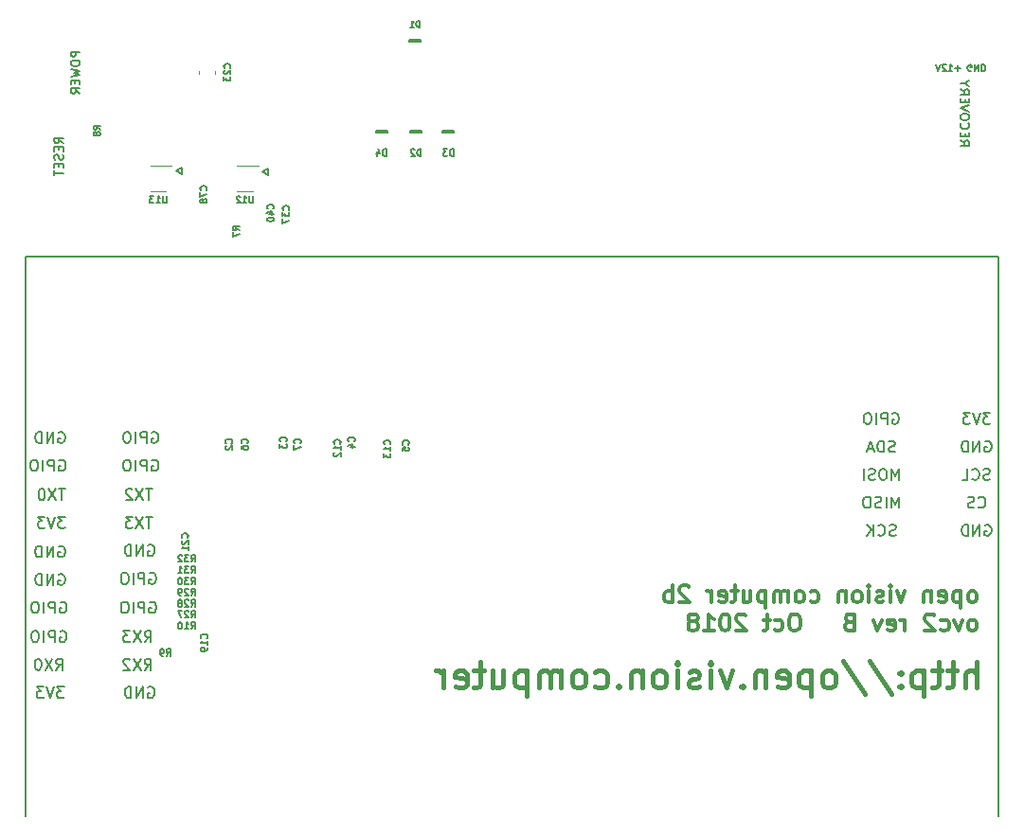
<source format=gbo>
G04 #@! TF.GenerationSoftware,KiCad,Pcbnew,6.0.0-rc1-unknown-f1b2855~84~ubuntu16.04.1*
G04 #@! TF.CreationDate,2018-10-23T11:27:57+08:00*
G04 #@! TF.ProjectId,ovc2_mobo,6F7663325F6D6F626F2E6B696361645F,rev?*
G04 #@! TF.SameCoordinates,Original*
G04 #@! TF.FileFunction,Legend,Bot*
G04 #@! TF.FilePolarity,Positive*
%FSLAX46Y46*%
G04 Gerber Fmt 4.6, Leading zero omitted, Abs format (unit mm)*
G04 Created by KiCad (PCBNEW 6.0.0-rc1-unknown-f1b2855~84~ubuntu16.04.1) date Tue 23 Oct 2018 11:27:57 AM +08*
%MOMM*%
%LPD*%
G01*
G04 APERTURE LIST*
%ADD10C,0.200000*%
%ADD11C,0.450000*%
%ADD12C,0.300000*%
%ADD13C,0.150000*%
%ADD14C,0.120000*%
G04 APERTURE END LIST*
D10*
X172285714Y-109404761D02*
X172142857Y-109452380D01*
X171904761Y-109452380D01*
X171809523Y-109404761D01*
X171761904Y-109357142D01*
X171714285Y-109261904D01*
X171714285Y-109166666D01*
X171761904Y-109071428D01*
X171809523Y-109023809D01*
X171904761Y-108976190D01*
X172095238Y-108928571D01*
X172190476Y-108880952D01*
X172238095Y-108833333D01*
X172285714Y-108738095D01*
X172285714Y-108642857D01*
X172238095Y-108547619D01*
X172190476Y-108500000D01*
X172095238Y-108452380D01*
X171857142Y-108452380D01*
X171714285Y-108500000D01*
X170714285Y-109357142D02*
X170761904Y-109404761D01*
X170904761Y-109452380D01*
X171000000Y-109452380D01*
X171142857Y-109404761D01*
X171238095Y-109309523D01*
X171285714Y-109214285D01*
X171333333Y-109023809D01*
X171333333Y-108880952D01*
X171285714Y-108690476D01*
X171238095Y-108595238D01*
X171142857Y-108500000D01*
X171000000Y-108452380D01*
X170904761Y-108452380D01*
X170761904Y-108500000D01*
X170714285Y-108547619D01*
X170285714Y-109452380D02*
X170285714Y-108452380D01*
X169714285Y-109452380D02*
X170142857Y-108880952D01*
X169714285Y-108452380D02*
X170285714Y-109023809D01*
X180261904Y-108500000D02*
X180357142Y-108452380D01*
X180500000Y-108452380D01*
X180642857Y-108500000D01*
X180738095Y-108595238D01*
X180785714Y-108690476D01*
X180833333Y-108880952D01*
X180833333Y-109023809D01*
X180785714Y-109214285D01*
X180738095Y-109309523D01*
X180642857Y-109404761D01*
X180500000Y-109452380D01*
X180404761Y-109452380D01*
X180261904Y-109404761D01*
X180214285Y-109357142D01*
X180214285Y-109023809D01*
X180404761Y-109023809D01*
X179785714Y-109452380D02*
X179785714Y-108452380D01*
X179214285Y-109452380D01*
X179214285Y-108452380D01*
X178738095Y-109452380D02*
X178738095Y-108452380D01*
X178500000Y-108452380D01*
X178357142Y-108500000D01*
X178261904Y-108595238D01*
X178214285Y-108690476D01*
X178166666Y-108880952D01*
X178166666Y-109023809D01*
X178214285Y-109214285D01*
X178261904Y-109309523D01*
X178357142Y-109404761D01*
X178500000Y-109452380D01*
X178738095Y-109452380D01*
X179666666Y-106857142D02*
X179714285Y-106904761D01*
X179857142Y-106952380D01*
X179952380Y-106952380D01*
X180095238Y-106904761D01*
X180190476Y-106809523D01*
X180238095Y-106714285D01*
X180285714Y-106523809D01*
X180285714Y-106380952D01*
X180238095Y-106190476D01*
X180190476Y-106095238D01*
X180095238Y-106000000D01*
X179952380Y-105952380D01*
X179857142Y-105952380D01*
X179714285Y-106000000D01*
X179666666Y-106047619D01*
X179285714Y-106904761D02*
X179142857Y-106952380D01*
X178904761Y-106952380D01*
X178809523Y-106904761D01*
X178761904Y-106857142D01*
X178714285Y-106761904D01*
X178714285Y-106666666D01*
X178761904Y-106571428D01*
X178809523Y-106523809D01*
X178904761Y-106476190D01*
X179095238Y-106428571D01*
X179190476Y-106380952D01*
X179238095Y-106333333D01*
X179285714Y-106238095D01*
X179285714Y-106142857D01*
X179238095Y-106047619D01*
X179190476Y-106000000D01*
X179095238Y-105952380D01*
X178857142Y-105952380D01*
X178714285Y-106000000D01*
X172571428Y-106952380D02*
X172571428Y-105952380D01*
X172238095Y-106666666D01*
X171904761Y-105952380D01*
X171904761Y-106952380D01*
X171428571Y-106952380D02*
X171428571Y-105952380D01*
X171000000Y-106904761D02*
X170857142Y-106952380D01*
X170619047Y-106952380D01*
X170523809Y-106904761D01*
X170476190Y-106857142D01*
X170428571Y-106761904D01*
X170428571Y-106666666D01*
X170476190Y-106571428D01*
X170523809Y-106523809D01*
X170619047Y-106476190D01*
X170809523Y-106428571D01*
X170904761Y-106380952D01*
X170952380Y-106333333D01*
X171000000Y-106238095D01*
X171000000Y-106142857D01*
X170952380Y-106047619D01*
X170904761Y-106000000D01*
X170809523Y-105952380D01*
X170571428Y-105952380D01*
X170428571Y-106000000D01*
X169809523Y-105952380D02*
X169619047Y-105952380D01*
X169523809Y-106000000D01*
X169428571Y-106095238D01*
X169380952Y-106285714D01*
X169380952Y-106619047D01*
X169428571Y-106809523D01*
X169523809Y-106904761D01*
X169619047Y-106952380D01*
X169809523Y-106952380D01*
X169904761Y-106904761D01*
X170000000Y-106809523D01*
X170047619Y-106619047D01*
X170047619Y-106285714D01*
X170000000Y-106095238D01*
X169904761Y-106000000D01*
X169809523Y-105952380D01*
X172571428Y-104452380D02*
X172571428Y-103452380D01*
X172238095Y-104166666D01*
X171904761Y-103452380D01*
X171904761Y-104452380D01*
X171238095Y-103452380D02*
X171047619Y-103452380D01*
X170952380Y-103500000D01*
X170857142Y-103595238D01*
X170809523Y-103785714D01*
X170809523Y-104119047D01*
X170857142Y-104309523D01*
X170952380Y-104404761D01*
X171047619Y-104452380D01*
X171238095Y-104452380D01*
X171333333Y-104404761D01*
X171428571Y-104309523D01*
X171476190Y-104119047D01*
X171476190Y-103785714D01*
X171428571Y-103595238D01*
X171333333Y-103500000D01*
X171238095Y-103452380D01*
X170428571Y-104404761D02*
X170285714Y-104452380D01*
X170047619Y-104452380D01*
X169952380Y-104404761D01*
X169904761Y-104357142D01*
X169857142Y-104261904D01*
X169857142Y-104166666D01*
X169904761Y-104071428D01*
X169952380Y-104023809D01*
X170047619Y-103976190D01*
X170238095Y-103928571D01*
X170333333Y-103880952D01*
X170380952Y-103833333D01*
X170428571Y-103738095D01*
X170428571Y-103642857D01*
X170380952Y-103547619D01*
X170333333Y-103500000D01*
X170238095Y-103452380D01*
X170000000Y-103452380D01*
X169857142Y-103500000D01*
X169428571Y-104452380D02*
X169428571Y-103452380D01*
X180690476Y-104404761D02*
X180547619Y-104452380D01*
X180309523Y-104452380D01*
X180214285Y-104404761D01*
X180166666Y-104357142D01*
X180119047Y-104261904D01*
X180119047Y-104166666D01*
X180166666Y-104071428D01*
X180214285Y-104023809D01*
X180309523Y-103976190D01*
X180500000Y-103928571D01*
X180595238Y-103880952D01*
X180642857Y-103833333D01*
X180690476Y-103738095D01*
X180690476Y-103642857D01*
X180642857Y-103547619D01*
X180595238Y-103500000D01*
X180500000Y-103452380D01*
X180261904Y-103452380D01*
X180119047Y-103500000D01*
X179119047Y-104357142D02*
X179166666Y-104404761D01*
X179309523Y-104452380D01*
X179404761Y-104452380D01*
X179547619Y-104404761D01*
X179642857Y-104309523D01*
X179690476Y-104214285D01*
X179738095Y-104023809D01*
X179738095Y-103880952D01*
X179690476Y-103690476D01*
X179642857Y-103595238D01*
X179547619Y-103500000D01*
X179404761Y-103452380D01*
X179309523Y-103452380D01*
X179166666Y-103500000D01*
X179119047Y-103547619D01*
X178214285Y-104452380D02*
X178690476Y-104452380D01*
X178690476Y-103452380D01*
X180738095Y-98452380D02*
X180119047Y-98452380D01*
X180452380Y-98833333D01*
X180309523Y-98833333D01*
X180214285Y-98880952D01*
X180166666Y-98928571D01*
X180119047Y-99023809D01*
X180119047Y-99261904D01*
X180166666Y-99357142D01*
X180214285Y-99404761D01*
X180309523Y-99452380D01*
X180595238Y-99452380D01*
X180690476Y-99404761D01*
X180738095Y-99357142D01*
X179833333Y-98452380D02*
X179500000Y-99452380D01*
X179166666Y-98452380D01*
X178928571Y-98452380D02*
X178309523Y-98452380D01*
X178642857Y-98833333D01*
X178500000Y-98833333D01*
X178404761Y-98880952D01*
X178357142Y-98928571D01*
X178309523Y-99023809D01*
X178309523Y-99261904D01*
X178357142Y-99357142D01*
X178404761Y-99404761D01*
X178500000Y-99452380D01*
X178785714Y-99452380D01*
X178880952Y-99404761D01*
X178928571Y-99357142D01*
X180261904Y-101000000D02*
X180357142Y-100952380D01*
X180500000Y-100952380D01*
X180642857Y-101000000D01*
X180738095Y-101095238D01*
X180785714Y-101190476D01*
X180833333Y-101380952D01*
X180833333Y-101523809D01*
X180785714Y-101714285D01*
X180738095Y-101809523D01*
X180642857Y-101904761D01*
X180500000Y-101952380D01*
X180404761Y-101952380D01*
X180261904Y-101904761D01*
X180214285Y-101857142D01*
X180214285Y-101523809D01*
X180404761Y-101523809D01*
X179785714Y-101952380D02*
X179785714Y-100952380D01*
X179214285Y-101952380D01*
X179214285Y-100952380D01*
X178738095Y-101952380D02*
X178738095Y-100952380D01*
X178500000Y-100952380D01*
X178357142Y-101000000D01*
X178261904Y-101095238D01*
X178214285Y-101190476D01*
X178166666Y-101380952D01*
X178166666Y-101523809D01*
X178214285Y-101714285D01*
X178261904Y-101809523D01*
X178357142Y-101904761D01*
X178500000Y-101952380D01*
X178738095Y-101952380D01*
X172214285Y-101904761D02*
X172071428Y-101952380D01*
X171833333Y-101952380D01*
X171738095Y-101904761D01*
X171690476Y-101857142D01*
X171642857Y-101761904D01*
X171642857Y-101666666D01*
X171690476Y-101571428D01*
X171738095Y-101523809D01*
X171833333Y-101476190D01*
X172023809Y-101428571D01*
X172119047Y-101380952D01*
X172166666Y-101333333D01*
X172214285Y-101238095D01*
X172214285Y-101142857D01*
X172166666Y-101047619D01*
X172119047Y-101000000D01*
X172023809Y-100952380D01*
X171785714Y-100952380D01*
X171642857Y-101000000D01*
X171214285Y-101952380D02*
X171214285Y-100952380D01*
X170976190Y-100952380D01*
X170833333Y-101000000D01*
X170738095Y-101095238D01*
X170690476Y-101190476D01*
X170642857Y-101380952D01*
X170642857Y-101523809D01*
X170690476Y-101714285D01*
X170738095Y-101809523D01*
X170833333Y-101904761D01*
X170976190Y-101952380D01*
X171214285Y-101952380D01*
X170261904Y-101666666D02*
X169785714Y-101666666D01*
X170357142Y-101952380D02*
X170023809Y-100952380D01*
X169690476Y-101952380D01*
X172000000Y-98500000D02*
X172095238Y-98452380D01*
X172238095Y-98452380D01*
X172380952Y-98500000D01*
X172476190Y-98595238D01*
X172523809Y-98690476D01*
X172571428Y-98880952D01*
X172571428Y-99023809D01*
X172523809Y-99214285D01*
X172476190Y-99309523D01*
X172380952Y-99404761D01*
X172238095Y-99452380D01*
X172142857Y-99452380D01*
X172000000Y-99404761D01*
X171952380Y-99357142D01*
X171952380Y-99023809D01*
X172142857Y-99023809D01*
X171523809Y-99452380D02*
X171523809Y-98452380D01*
X171142857Y-98452380D01*
X171047619Y-98500000D01*
X171000000Y-98547619D01*
X170952380Y-98642857D01*
X170952380Y-98785714D01*
X171000000Y-98880952D01*
X171047619Y-98928571D01*
X171142857Y-98976190D01*
X171523809Y-98976190D01*
X170523809Y-99452380D02*
X170523809Y-98452380D01*
X169857142Y-98452380D02*
X169666666Y-98452380D01*
X169571428Y-98500000D01*
X169476190Y-98595238D01*
X169428571Y-98785714D01*
X169428571Y-99119047D01*
X169476190Y-99309523D01*
X169571428Y-99404761D01*
X169666666Y-99452380D01*
X169857142Y-99452380D01*
X169952380Y-99404761D01*
X170047619Y-99309523D01*
X170095238Y-99119047D01*
X170095238Y-98785714D01*
X170047619Y-98595238D01*
X169952380Y-98500000D01*
X169857142Y-98452380D01*
D11*
X179485714Y-123040476D02*
X179485714Y-120740476D01*
X178500000Y-123040476D02*
X178500000Y-121835714D01*
X178609523Y-121616666D01*
X178828571Y-121507142D01*
X179157142Y-121507142D01*
X179376190Y-121616666D01*
X179485714Y-121726190D01*
X177733333Y-121507142D02*
X176857142Y-121507142D01*
X177404761Y-120740476D02*
X177404761Y-122711904D01*
X177295238Y-122930952D01*
X177076190Y-123040476D01*
X176857142Y-123040476D01*
X176419047Y-121507142D02*
X175542857Y-121507142D01*
X176090476Y-120740476D02*
X176090476Y-122711904D01*
X175980952Y-122930952D01*
X175761904Y-123040476D01*
X175542857Y-123040476D01*
X174776190Y-121507142D02*
X174776190Y-123807142D01*
X174776190Y-121616666D02*
X174557142Y-121507142D01*
X174119047Y-121507142D01*
X173900000Y-121616666D01*
X173790476Y-121726190D01*
X173680952Y-121945238D01*
X173680952Y-122602380D01*
X173790476Y-122821428D01*
X173900000Y-122930952D01*
X174119047Y-123040476D01*
X174557142Y-123040476D01*
X174776190Y-122930952D01*
X172695238Y-122821428D02*
X172585714Y-122930952D01*
X172695238Y-123040476D01*
X172804761Y-122930952D01*
X172695238Y-122821428D01*
X172695238Y-123040476D01*
X172695238Y-121616666D02*
X172585714Y-121726190D01*
X172695238Y-121835714D01*
X172804761Y-121726190D01*
X172695238Y-121616666D01*
X172695238Y-121835714D01*
X169957142Y-120630952D02*
X171928571Y-123588095D01*
X167547619Y-120630952D02*
X169519047Y-123588095D01*
X166452380Y-123040476D02*
X166671428Y-122930952D01*
X166780952Y-122821428D01*
X166890476Y-122602380D01*
X166890476Y-121945238D01*
X166780952Y-121726190D01*
X166671428Y-121616666D01*
X166452380Y-121507142D01*
X166123809Y-121507142D01*
X165904761Y-121616666D01*
X165795238Y-121726190D01*
X165685714Y-121945238D01*
X165685714Y-122602380D01*
X165795238Y-122821428D01*
X165904761Y-122930952D01*
X166123809Y-123040476D01*
X166452380Y-123040476D01*
X164700000Y-121507142D02*
X164700000Y-123807142D01*
X164700000Y-121616666D02*
X164480952Y-121507142D01*
X164042857Y-121507142D01*
X163823809Y-121616666D01*
X163714285Y-121726190D01*
X163604761Y-121945238D01*
X163604761Y-122602380D01*
X163714285Y-122821428D01*
X163823809Y-122930952D01*
X164042857Y-123040476D01*
X164480952Y-123040476D01*
X164700000Y-122930952D01*
X161742857Y-122930952D02*
X161961904Y-123040476D01*
X162400000Y-123040476D01*
X162619047Y-122930952D01*
X162728571Y-122711904D01*
X162728571Y-121835714D01*
X162619047Y-121616666D01*
X162400000Y-121507142D01*
X161961904Y-121507142D01*
X161742857Y-121616666D01*
X161633333Y-121835714D01*
X161633333Y-122054761D01*
X162728571Y-122273809D01*
X160647619Y-121507142D02*
X160647619Y-123040476D01*
X160647619Y-121726190D02*
X160538095Y-121616666D01*
X160319047Y-121507142D01*
X159990476Y-121507142D01*
X159771428Y-121616666D01*
X159661904Y-121835714D01*
X159661904Y-123040476D01*
X158566666Y-122821428D02*
X158457142Y-122930952D01*
X158566666Y-123040476D01*
X158676190Y-122930952D01*
X158566666Y-122821428D01*
X158566666Y-123040476D01*
X157690476Y-121507142D02*
X157142857Y-123040476D01*
X156595238Y-121507142D01*
X155719047Y-123040476D02*
X155719047Y-121507142D01*
X155719047Y-120740476D02*
X155828571Y-120850000D01*
X155719047Y-120959523D01*
X155609523Y-120850000D01*
X155719047Y-120740476D01*
X155719047Y-120959523D01*
X154733333Y-122930952D02*
X154514285Y-123040476D01*
X154076190Y-123040476D01*
X153857142Y-122930952D01*
X153747619Y-122711904D01*
X153747619Y-122602380D01*
X153857142Y-122383333D01*
X154076190Y-122273809D01*
X154404761Y-122273809D01*
X154623809Y-122164285D01*
X154733333Y-121945238D01*
X154733333Y-121835714D01*
X154623809Y-121616666D01*
X154404761Y-121507142D01*
X154076190Y-121507142D01*
X153857142Y-121616666D01*
X152761904Y-123040476D02*
X152761904Y-121507142D01*
X152761904Y-120740476D02*
X152871428Y-120850000D01*
X152761904Y-120959523D01*
X152652380Y-120850000D01*
X152761904Y-120740476D01*
X152761904Y-120959523D01*
X151338095Y-123040476D02*
X151557142Y-122930952D01*
X151666666Y-122821428D01*
X151776190Y-122602380D01*
X151776190Y-121945238D01*
X151666666Y-121726190D01*
X151557142Y-121616666D01*
X151338095Y-121507142D01*
X151009523Y-121507142D01*
X150790476Y-121616666D01*
X150680952Y-121726190D01*
X150571428Y-121945238D01*
X150571428Y-122602380D01*
X150680952Y-122821428D01*
X150790476Y-122930952D01*
X151009523Y-123040476D01*
X151338095Y-123040476D01*
X149585714Y-121507142D02*
X149585714Y-123040476D01*
X149585714Y-121726190D02*
X149476190Y-121616666D01*
X149257142Y-121507142D01*
X148928571Y-121507142D01*
X148709523Y-121616666D01*
X148600000Y-121835714D01*
X148600000Y-123040476D01*
X147504761Y-122821428D02*
X147395238Y-122930952D01*
X147504761Y-123040476D01*
X147614285Y-122930952D01*
X147504761Y-122821428D01*
X147504761Y-123040476D01*
X145423809Y-122930952D02*
X145642857Y-123040476D01*
X146080952Y-123040476D01*
X146300000Y-122930952D01*
X146409523Y-122821428D01*
X146519047Y-122602380D01*
X146519047Y-121945238D01*
X146409523Y-121726190D01*
X146300000Y-121616666D01*
X146080952Y-121507142D01*
X145642857Y-121507142D01*
X145423809Y-121616666D01*
X144109523Y-123040476D02*
X144328571Y-122930952D01*
X144438095Y-122821428D01*
X144547619Y-122602380D01*
X144547619Y-121945238D01*
X144438095Y-121726190D01*
X144328571Y-121616666D01*
X144109523Y-121507142D01*
X143780952Y-121507142D01*
X143561904Y-121616666D01*
X143452380Y-121726190D01*
X143342857Y-121945238D01*
X143342857Y-122602380D01*
X143452380Y-122821428D01*
X143561904Y-122930952D01*
X143780952Y-123040476D01*
X144109523Y-123040476D01*
X142357142Y-123040476D02*
X142357142Y-121507142D01*
X142357142Y-121726190D02*
X142247619Y-121616666D01*
X142028571Y-121507142D01*
X141700000Y-121507142D01*
X141480952Y-121616666D01*
X141371428Y-121835714D01*
X141371428Y-123040476D01*
X141371428Y-121835714D02*
X141261904Y-121616666D01*
X141042857Y-121507142D01*
X140714285Y-121507142D01*
X140495238Y-121616666D01*
X140385714Y-121835714D01*
X140385714Y-123040476D01*
X139290476Y-121507142D02*
X139290476Y-123807142D01*
X139290476Y-121616666D02*
X139071428Y-121507142D01*
X138633333Y-121507142D01*
X138414285Y-121616666D01*
X138304761Y-121726190D01*
X138195238Y-121945238D01*
X138195238Y-122602380D01*
X138304761Y-122821428D01*
X138414285Y-122930952D01*
X138633333Y-123040476D01*
X139071428Y-123040476D01*
X139290476Y-122930952D01*
X136223809Y-121507142D02*
X136223809Y-123040476D01*
X137209523Y-121507142D02*
X137209523Y-122711904D01*
X137100000Y-122930952D01*
X136880952Y-123040476D01*
X136552380Y-123040476D01*
X136333333Y-122930952D01*
X136223809Y-122821428D01*
X135457142Y-121507142D02*
X134580952Y-121507142D01*
X135128571Y-120740476D02*
X135128571Y-122711904D01*
X135019047Y-122930952D01*
X134800000Y-123040476D01*
X134580952Y-123040476D01*
X132938095Y-122930952D02*
X133157142Y-123040476D01*
X133595238Y-123040476D01*
X133814285Y-122930952D01*
X133923809Y-122711904D01*
X133923809Y-121835714D01*
X133814285Y-121616666D01*
X133595238Y-121507142D01*
X133157142Y-121507142D01*
X132938095Y-121616666D01*
X132828571Y-121835714D01*
X132828571Y-122054761D01*
X133923809Y-122273809D01*
X131842857Y-123040476D02*
X131842857Y-121507142D01*
X131842857Y-121945238D02*
X131733333Y-121726190D01*
X131623809Y-121616666D01*
X131404761Y-121507142D01*
X131185714Y-121507142D01*
D12*
X179233571Y-115403571D02*
X179376428Y-115332142D01*
X179447857Y-115260714D01*
X179519285Y-115117857D01*
X179519285Y-114689285D01*
X179447857Y-114546428D01*
X179376428Y-114475000D01*
X179233571Y-114403571D01*
X179019285Y-114403571D01*
X178876428Y-114475000D01*
X178805000Y-114546428D01*
X178733571Y-114689285D01*
X178733571Y-115117857D01*
X178805000Y-115260714D01*
X178876428Y-115332142D01*
X179019285Y-115403571D01*
X179233571Y-115403571D01*
X178090714Y-114403571D02*
X178090714Y-115903571D01*
X178090714Y-114475000D02*
X177947857Y-114403571D01*
X177662142Y-114403571D01*
X177519285Y-114475000D01*
X177447857Y-114546428D01*
X177376428Y-114689285D01*
X177376428Y-115117857D01*
X177447857Y-115260714D01*
X177519285Y-115332142D01*
X177662142Y-115403571D01*
X177947857Y-115403571D01*
X178090714Y-115332142D01*
X176162142Y-115332142D02*
X176305000Y-115403571D01*
X176590714Y-115403571D01*
X176733571Y-115332142D01*
X176805000Y-115189285D01*
X176805000Y-114617857D01*
X176733571Y-114475000D01*
X176590714Y-114403571D01*
X176305000Y-114403571D01*
X176162142Y-114475000D01*
X176090714Y-114617857D01*
X176090714Y-114760714D01*
X176805000Y-114903571D01*
X175447857Y-114403571D02*
X175447857Y-115403571D01*
X175447857Y-114546428D02*
X175376428Y-114475000D01*
X175233571Y-114403571D01*
X175019285Y-114403571D01*
X174876428Y-114475000D01*
X174805000Y-114617857D01*
X174805000Y-115403571D01*
X173090714Y-114403571D02*
X172733571Y-115403571D01*
X172376428Y-114403571D01*
X171805000Y-115403571D02*
X171805000Y-114403571D01*
X171805000Y-113903571D02*
X171876428Y-113975000D01*
X171805000Y-114046428D01*
X171733571Y-113975000D01*
X171805000Y-113903571D01*
X171805000Y-114046428D01*
X171162142Y-115332142D02*
X171019285Y-115403571D01*
X170733571Y-115403571D01*
X170590714Y-115332142D01*
X170519285Y-115189285D01*
X170519285Y-115117857D01*
X170590714Y-114975000D01*
X170733571Y-114903571D01*
X170947857Y-114903571D01*
X171090714Y-114832142D01*
X171162142Y-114689285D01*
X171162142Y-114617857D01*
X171090714Y-114475000D01*
X170947857Y-114403571D01*
X170733571Y-114403571D01*
X170590714Y-114475000D01*
X169876428Y-115403571D02*
X169876428Y-114403571D01*
X169876428Y-113903571D02*
X169947857Y-113975000D01*
X169876428Y-114046428D01*
X169805000Y-113975000D01*
X169876428Y-113903571D01*
X169876428Y-114046428D01*
X168947857Y-115403571D02*
X169090714Y-115332142D01*
X169162142Y-115260714D01*
X169233571Y-115117857D01*
X169233571Y-114689285D01*
X169162142Y-114546428D01*
X169090714Y-114475000D01*
X168947857Y-114403571D01*
X168733571Y-114403571D01*
X168590714Y-114475000D01*
X168519285Y-114546428D01*
X168447857Y-114689285D01*
X168447857Y-115117857D01*
X168519285Y-115260714D01*
X168590714Y-115332142D01*
X168733571Y-115403571D01*
X168947857Y-115403571D01*
X167805000Y-114403571D02*
X167805000Y-115403571D01*
X167805000Y-114546428D02*
X167733571Y-114475000D01*
X167590714Y-114403571D01*
X167376428Y-114403571D01*
X167233571Y-114475000D01*
X167162142Y-114617857D01*
X167162142Y-115403571D01*
X164662142Y-115332142D02*
X164805000Y-115403571D01*
X165090714Y-115403571D01*
X165233571Y-115332142D01*
X165305000Y-115260714D01*
X165376428Y-115117857D01*
X165376428Y-114689285D01*
X165305000Y-114546428D01*
X165233571Y-114475000D01*
X165090714Y-114403571D01*
X164805000Y-114403571D01*
X164662142Y-114475000D01*
X163805000Y-115403571D02*
X163947857Y-115332142D01*
X164019285Y-115260714D01*
X164090714Y-115117857D01*
X164090714Y-114689285D01*
X164019285Y-114546428D01*
X163947857Y-114475000D01*
X163805000Y-114403571D01*
X163590714Y-114403571D01*
X163447857Y-114475000D01*
X163376428Y-114546428D01*
X163305000Y-114689285D01*
X163305000Y-115117857D01*
X163376428Y-115260714D01*
X163447857Y-115332142D01*
X163590714Y-115403571D01*
X163805000Y-115403571D01*
X162662142Y-115403571D02*
X162662142Y-114403571D01*
X162662142Y-114546428D02*
X162590714Y-114475000D01*
X162447857Y-114403571D01*
X162233571Y-114403571D01*
X162090714Y-114475000D01*
X162019285Y-114617857D01*
X162019285Y-115403571D01*
X162019285Y-114617857D02*
X161947857Y-114475000D01*
X161805000Y-114403571D01*
X161590714Y-114403571D01*
X161447857Y-114475000D01*
X161376428Y-114617857D01*
X161376428Y-115403571D01*
X160662142Y-114403571D02*
X160662142Y-115903571D01*
X160662142Y-114475000D02*
X160519285Y-114403571D01*
X160233571Y-114403571D01*
X160090714Y-114475000D01*
X160019285Y-114546428D01*
X159947857Y-114689285D01*
X159947857Y-115117857D01*
X160019285Y-115260714D01*
X160090714Y-115332142D01*
X160233571Y-115403571D01*
X160519285Y-115403571D01*
X160662142Y-115332142D01*
X158662142Y-114403571D02*
X158662142Y-115403571D01*
X159305000Y-114403571D02*
X159305000Y-115189285D01*
X159233571Y-115332142D01*
X159090714Y-115403571D01*
X158876428Y-115403571D01*
X158733571Y-115332142D01*
X158662142Y-115260714D01*
X158162142Y-114403571D02*
X157590714Y-114403571D01*
X157947857Y-113903571D02*
X157947857Y-115189285D01*
X157876428Y-115332142D01*
X157733571Y-115403571D01*
X157590714Y-115403571D01*
X156519285Y-115332142D02*
X156662142Y-115403571D01*
X156947857Y-115403571D01*
X157090714Y-115332142D01*
X157162142Y-115189285D01*
X157162142Y-114617857D01*
X157090714Y-114475000D01*
X156947857Y-114403571D01*
X156662142Y-114403571D01*
X156519285Y-114475000D01*
X156447857Y-114617857D01*
X156447857Y-114760714D01*
X157162142Y-114903571D01*
X155805000Y-115403571D02*
X155805000Y-114403571D01*
X155805000Y-114689285D02*
X155733571Y-114546428D01*
X155662142Y-114475000D01*
X155519285Y-114403571D01*
X155376428Y-114403571D01*
X153805000Y-114046428D02*
X153733571Y-113975000D01*
X153590714Y-113903571D01*
X153233571Y-113903571D01*
X153090714Y-113975000D01*
X153019285Y-114046428D01*
X152947857Y-114189285D01*
X152947857Y-114332142D01*
X153019285Y-114546428D01*
X153876428Y-115403571D01*
X152947857Y-115403571D01*
X152305000Y-115403571D02*
X152305000Y-113903571D01*
X152305000Y-114475000D02*
X152162142Y-114403571D01*
X151876428Y-114403571D01*
X151733571Y-114475000D01*
X151662142Y-114546428D01*
X151590714Y-114689285D01*
X151590714Y-115117857D01*
X151662142Y-115260714D01*
X151733571Y-115332142D01*
X151876428Y-115403571D01*
X152162142Y-115403571D01*
X152305000Y-115332142D01*
X179233571Y-117953571D02*
X179376428Y-117882142D01*
X179447857Y-117810714D01*
X179519285Y-117667857D01*
X179519285Y-117239285D01*
X179447857Y-117096428D01*
X179376428Y-117025000D01*
X179233571Y-116953571D01*
X179019285Y-116953571D01*
X178876428Y-117025000D01*
X178805000Y-117096428D01*
X178733571Y-117239285D01*
X178733571Y-117667857D01*
X178805000Y-117810714D01*
X178876428Y-117882142D01*
X179019285Y-117953571D01*
X179233571Y-117953571D01*
X178233571Y-116953571D02*
X177876428Y-117953571D01*
X177519285Y-116953571D01*
X176305000Y-117882142D02*
X176447857Y-117953571D01*
X176733571Y-117953571D01*
X176876428Y-117882142D01*
X176947857Y-117810714D01*
X177019285Y-117667857D01*
X177019285Y-117239285D01*
X176947857Y-117096428D01*
X176876428Y-117025000D01*
X176733571Y-116953571D01*
X176447857Y-116953571D01*
X176305000Y-117025000D01*
X175733571Y-116596428D02*
X175662142Y-116525000D01*
X175519285Y-116453571D01*
X175162142Y-116453571D01*
X175019285Y-116525000D01*
X174947857Y-116596428D01*
X174876428Y-116739285D01*
X174876428Y-116882142D01*
X174947857Y-117096428D01*
X175805000Y-117953571D01*
X174876428Y-117953571D01*
X173090714Y-117953571D02*
X173090714Y-116953571D01*
X173090714Y-117239285D02*
X173019285Y-117096428D01*
X172947857Y-117025000D01*
X172805000Y-116953571D01*
X172662142Y-116953571D01*
X171590714Y-117882142D02*
X171733571Y-117953571D01*
X172019285Y-117953571D01*
X172162142Y-117882142D01*
X172233571Y-117739285D01*
X172233571Y-117167857D01*
X172162142Y-117025000D01*
X172019285Y-116953571D01*
X171733571Y-116953571D01*
X171590714Y-117025000D01*
X171519285Y-117167857D01*
X171519285Y-117310714D01*
X172233571Y-117453571D01*
X171019285Y-116953571D02*
X170662142Y-117953571D01*
X170305000Y-116953571D01*
X168090714Y-117167857D02*
X167876428Y-117239285D01*
X167805000Y-117310714D01*
X167733571Y-117453571D01*
X167733571Y-117667857D01*
X167805000Y-117810714D01*
X167876428Y-117882142D01*
X168019285Y-117953571D01*
X168590714Y-117953571D01*
X168590714Y-116453571D01*
X168090714Y-116453571D01*
X167947857Y-116525000D01*
X167876428Y-116596428D01*
X167805000Y-116739285D01*
X167805000Y-116882142D01*
X167876428Y-117025000D01*
X167947857Y-117096428D01*
X168090714Y-117167857D01*
X168590714Y-117167857D01*
X163376428Y-116453571D02*
X163090714Y-116453571D01*
X162947857Y-116525000D01*
X162805000Y-116667857D01*
X162733571Y-116953571D01*
X162733571Y-117453571D01*
X162805000Y-117739285D01*
X162947857Y-117882142D01*
X163090714Y-117953571D01*
X163376428Y-117953571D01*
X163519285Y-117882142D01*
X163662142Y-117739285D01*
X163733571Y-117453571D01*
X163733571Y-116953571D01*
X163662142Y-116667857D01*
X163519285Y-116525000D01*
X163376428Y-116453571D01*
X161447857Y-117882142D02*
X161590714Y-117953571D01*
X161876428Y-117953571D01*
X162019285Y-117882142D01*
X162090714Y-117810714D01*
X162162142Y-117667857D01*
X162162142Y-117239285D01*
X162090714Y-117096428D01*
X162019285Y-117025000D01*
X161876428Y-116953571D01*
X161590714Y-116953571D01*
X161447857Y-117025000D01*
X161019285Y-116953571D02*
X160447857Y-116953571D01*
X160805000Y-116453571D02*
X160805000Y-117739285D01*
X160733571Y-117882142D01*
X160590714Y-117953571D01*
X160447857Y-117953571D01*
X158876428Y-116596428D02*
X158805000Y-116525000D01*
X158662142Y-116453571D01*
X158305000Y-116453571D01*
X158162142Y-116525000D01*
X158090714Y-116596428D01*
X158019285Y-116739285D01*
X158019285Y-116882142D01*
X158090714Y-117096428D01*
X158947857Y-117953571D01*
X158019285Y-117953571D01*
X157090714Y-116453571D02*
X156947857Y-116453571D01*
X156805000Y-116525000D01*
X156733571Y-116596428D01*
X156662142Y-116739285D01*
X156590714Y-117025000D01*
X156590714Y-117382142D01*
X156662142Y-117667857D01*
X156733571Y-117810714D01*
X156805000Y-117882142D01*
X156947857Y-117953571D01*
X157090714Y-117953571D01*
X157233571Y-117882142D01*
X157305000Y-117810714D01*
X157376428Y-117667857D01*
X157447857Y-117382142D01*
X157447857Y-117025000D01*
X157376428Y-116739285D01*
X157305000Y-116596428D01*
X157233571Y-116525000D01*
X157090714Y-116453571D01*
X155162142Y-117953571D02*
X156019285Y-117953571D01*
X155590714Y-117953571D02*
X155590714Y-116453571D01*
X155733571Y-116667857D01*
X155876428Y-116810714D01*
X156019285Y-116882142D01*
X154305000Y-117096428D02*
X154447857Y-117025000D01*
X154519285Y-116953571D01*
X154590714Y-116810714D01*
X154590714Y-116739285D01*
X154519285Y-116596428D01*
X154447857Y-116525000D01*
X154305000Y-116453571D01*
X154019285Y-116453571D01*
X153876428Y-116525000D01*
X153805000Y-116596428D01*
X153733571Y-116739285D01*
X153733571Y-116810714D01*
X153805000Y-116953571D01*
X153876428Y-117025000D01*
X154019285Y-117096428D01*
X154305000Y-117096428D01*
X154447857Y-117167857D01*
X154519285Y-117239285D01*
X154590714Y-117382142D01*
X154590714Y-117667857D01*
X154519285Y-117810714D01*
X154447857Y-117882142D01*
X154305000Y-117953571D01*
X154019285Y-117953571D01*
X153876428Y-117882142D01*
X153805000Y-117810714D01*
X153733571Y-117667857D01*
X153733571Y-117382142D01*
X153805000Y-117239285D01*
X153876428Y-117167857D01*
X154019285Y-117096428D01*
D10*
X97938095Y-122952380D02*
X97319047Y-122952380D01*
X97652380Y-123333333D01*
X97509523Y-123333333D01*
X97414285Y-123380952D01*
X97366666Y-123428571D01*
X97319047Y-123523809D01*
X97319047Y-123761904D01*
X97366666Y-123857142D01*
X97414285Y-123904761D01*
X97509523Y-123952380D01*
X97795238Y-123952380D01*
X97890476Y-123904761D01*
X97938095Y-123857142D01*
X97033333Y-122952380D02*
X96700000Y-123952380D01*
X96366666Y-122952380D01*
X96128571Y-122952380D02*
X95509523Y-122952380D01*
X95842857Y-123333333D01*
X95700000Y-123333333D01*
X95604761Y-123380952D01*
X95557142Y-123428571D01*
X95509523Y-123523809D01*
X95509523Y-123761904D01*
X95557142Y-123857142D01*
X95604761Y-123904761D01*
X95700000Y-123952380D01*
X95985714Y-123952380D01*
X96080952Y-123904761D01*
X96128571Y-123857142D01*
X105142857Y-118952380D02*
X105476190Y-118476190D01*
X105714285Y-118952380D02*
X105714285Y-117952380D01*
X105333333Y-117952380D01*
X105238095Y-118000000D01*
X105190476Y-118047619D01*
X105142857Y-118142857D01*
X105142857Y-118285714D01*
X105190476Y-118380952D01*
X105238095Y-118428571D01*
X105333333Y-118476190D01*
X105714285Y-118476190D01*
X104809523Y-117952380D02*
X104142857Y-118952380D01*
X104142857Y-117952380D02*
X104809523Y-118952380D01*
X103857142Y-117952380D02*
X103238095Y-117952380D01*
X103571428Y-118333333D01*
X103428571Y-118333333D01*
X103333333Y-118380952D01*
X103285714Y-118428571D01*
X103238095Y-118523809D01*
X103238095Y-118761904D01*
X103285714Y-118857142D01*
X103333333Y-118904761D01*
X103428571Y-118952380D01*
X103714285Y-118952380D01*
X103809523Y-118904761D01*
X103857142Y-118857142D01*
X105142857Y-121452380D02*
X105476190Y-120976190D01*
X105714285Y-121452380D02*
X105714285Y-120452380D01*
X105333333Y-120452380D01*
X105238095Y-120500000D01*
X105190476Y-120547619D01*
X105142857Y-120642857D01*
X105142857Y-120785714D01*
X105190476Y-120880952D01*
X105238095Y-120928571D01*
X105333333Y-120976190D01*
X105714285Y-120976190D01*
X104809523Y-120452380D02*
X104142857Y-121452380D01*
X104142857Y-120452380D02*
X104809523Y-121452380D01*
X103809523Y-120547619D02*
X103761904Y-120500000D01*
X103666666Y-120452380D01*
X103428571Y-120452380D01*
X103333333Y-120500000D01*
X103285714Y-120547619D01*
X103238095Y-120642857D01*
X103238095Y-120738095D01*
X103285714Y-120880952D01*
X103857142Y-121452380D01*
X103238095Y-121452380D01*
X97242857Y-121452380D02*
X97576190Y-120976190D01*
X97814285Y-121452380D02*
X97814285Y-120452380D01*
X97433333Y-120452380D01*
X97338095Y-120500000D01*
X97290476Y-120547619D01*
X97242857Y-120642857D01*
X97242857Y-120785714D01*
X97290476Y-120880952D01*
X97338095Y-120928571D01*
X97433333Y-120976190D01*
X97814285Y-120976190D01*
X96909523Y-120452380D02*
X96242857Y-121452380D01*
X96242857Y-120452380D02*
X96909523Y-121452380D01*
X95671428Y-120452380D02*
X95576190Y-120452380D01*
X95480952Y-120500000D01*
X95433333Y-120547619D01*
X95385714Y-120642857D01*
X95338095Y-120833333D01*
X95338095Y-121071428D01*
X95385714Y-121261904D01*
X95433333Y-121357142D01*
X95480952Y-121404761D01*
X95576190Y-121452380D01*
X95671428Y-121452380D01*
X95766666Y-121404761D01*
X95814285Y-121357142D01*
X95861904Y-121261904D01*
X95909523Y-121071428D01*
X95909523Y-120833333D01*
X95861904Y-120642857D01*
X95814285Y-120547619D01*
X95766666Y-120500000D01*
X95671428Y-120452380D01*
X97600000Y-118000000D02*
X97695238Y-117952380D01*
X97838095Y-117952380D01*
X97980952Y-118000000D01*
X98076190Y-118095238D01*
X98123809Y-118190476D01*
X98171428Y-118380952D01*
X98171428Y-118523809D01*
X98123809Y-118714285D01*
X98076190Y-118809523D01*
X97980952Y-118904761D01*
X97838095Y-118952380D01*
X97742857Y-118952380D01*
X97600000Y-118904761D01*
X97552380Y-118857142D01*
X97552380Y-118523809D01*
X97742857Y-118523809D01*
X97123809Y-118952380D02*
X97123809Y-117952380D01*
X96742857Y-117952380D01*
X96647619Y-118000000D01*
X96600000Y-118047619D01*
X96552380Y-118142857D01*
X96552380Y-118285714D01*
X96600000Y-118380952D01*
X96647619Y-118428571D01*
X96742857Y-118476190D01*
X97123809Y-118476190D01*
X96123809Y-118952380D02*
X96123809Y-117952380D01*
X95457142Y-117952380D02*
X95266666Y-117952380D01*
X95171428Y-118000000D01*
X95076190Y-118095238D01*
X95028571Y-118285714D01*
X95028571Y-118619047D01*
X95076190Y-118809523D01*
X95171428Y-118904761D01*
X95266666Y-118952380D01*
X95457142Y-118952380D01*
X95552380Y-118904761D01*
X95647619Y-118809523D01*
X95695238Y-118619047D01*
X95695238Y-118285714D01*
X95647619Y-118095238D01*
X95552380Y-118000000D01*
X95457142Y-117952380D01*
X97600000Y-115400000D02*
X97695238Y-115352380D01*
X97838095Y-115352380D01*
X97980952Y-115400000D01*
X98076190Y-115495238D01*
X98123809Y-115590476D01*
X98171428Y-115780952D01*
X98171428Y-115923809D01*
X98123809Y-116114285D01*
X98076190Y-116209523D01*
X97980952Y-116304761D01*
X97838095Y-116352380D01*
X97742857Y-116352380D01*
X97600000Y-116304761D01*
X97552380Y-116257142D01*
X97552380Y-115923809D01*
X97742857Y-115923809D01*
X97123809Y-116352380D02*
X97123809Y-115352380D01*
X96742857Y-115352380D01*
X96647619Y-115400000D01*
X96600000Y-115447619D01*
X96552380Y-115542857D01*
X96552380Y-115685714D01*
X96600000Y-115780952D01*
X96647619Y-115828571D01*
X96742857Y-115876190D01*
X97123809Y-115876190D01*
X96123809Y-116352380D02*
X96123809Y-115352380D01*
X95457142Y-115352380D02*
X95266666Y-115352380D01*
X95171428Y-115400000D01*
X95076190Y-115495238D01*
X95028571Y-115685714D01*
X95028571Y-116019047D01*
X95076190Y-116209523D01*
X95171428Y-116304761D01*
X95266666Y-116352380D01*
X95457142Y-116352380D01*
X95552380Y-116304761D01*
X95647619Y-116209523D01*
X95695238Y-116019047D01*
X95695238Y-115685714D01*
X95647619Y-115495238D01*
X95552380Y-115400000D01*
X95457142Y-115352380D01*
X105600000Y-115400000D02*
X105695238Y-115352380D01*
X105838095Y-115352380D01*
X105980952Y-115400000D01*
X106076190Y-115495238D01*
X106123809Y-115590476D01*
X106171428Y-115780952D01*
X106171428Y-115923809D01*
X106123809Y-116114285D01*
X106076190Y-116209523D01*
X105980952Y-116304761D01*
X105838095Y-116352380D01*
X105742857Y-116352380D01*
X105600000Y-116304761D01*
X105552380Y-116257142D01*
X105552380Y-115923809D01*
X105742857Y-115923809D01*
X105123809Y-116352380D02*
X105123809Y-115352380D01*
X104742857Y-115352380D01*
X104647619Y-115400000D01*
X104600000Y-115447619D01*
X104552380Y-115542857D01*
X104552380Y-115685714D01*
X104600000Y-115780952D01*
X104647619Y-115828571D01*
X104742857Y-115876190D01*
X105123809Y-115876190D01*
X104123809Y-116352380D02*
X104123809Y-115352380D01*
X103457142Y-115352380D02*
X103266666Y-115352380D01*
X103171428Y-115400000D01*
X103076190Y-115495238D01*
X103028571Y-115685714D01*
X103028571Y-116019047D01*
X103076190Y-116209523D01*
X103171428Y-116304761D01*
X103266666Y-116352380D01*
X103457142Y-116352380D01*
X103552380Y-116304761D01*
X103647619Y-116209523D01*
X103695238Y-116019047D01*
X103695238Y-115685714D01*
X103647619Y-115495238D01*
X103552380Y-115400000D01*
X103457142Y-115352380D01*
X105600000Y-112800000D02*
X105695238Y-112752380D01*
X105838095Y-112752380D01*
X105980952Y-112800000D01*
X106076190Y-112895238D01*
X106123809Y-112990476D01*
X106171428Y-113180952D01*
X106171428Y-113323809D01*
X106123809Y-113514285D01*
X106076190Y-113609523D01*
X105980952Y-113704761D01*
X105838095Y-113752380D01*
X105742857Y-113752380D01*
X105600000Y-113704761D01*
X105552380Y-113657142D01*
X105552380Y-113323809D01*
X105742857Y-113323809D01*
X105123809Y-113752380D02*
X105123809Y-112752380D01*
X104742857Y-112752380D01*
X104647619Y-112800000D01*
X104600000Y-112847619D01*
X104552380Y-112942857D01*
X104552380Y-113085714D01*
X104600000Y-113180952D01*
X104647619Y-113228571D01*
X104742857Y-113276190D01*
X105123809Y-113276190D01*
X104123809Y-113752380D02*
X104123809Y-112752380D01*
X103457142Y-112752380D02*
X103266666Y-112752380D01*
X103171428Y-112800000D01*
X103076190Y-112895238D01*
X103028571Y-113085714D01*
X103028571Y-113419047D01*
X103076190Y-113609523D01*
X103171428Y-113704761D01*
X103266666Y-113752380D01*
X103457142Y-113752380D01*
X103552380Y-113704761D01*
X103647619Y-113609523D01*
X103695238Y-113419047D01*
X103695238Y-113085714D01*
X103647619Y-112895238D01*
X103552380Y-112800000D01*
X103457142Y-112752380D01*
X105461904Y-110300000D02*
X105557142Y-110252380D01*
X105700000Y-110252380D01*
X105842857Y-110300000D01*
X105938095Y-110395238D01*
X105985714Y-110490476D01*
X106033333Y-110680952D01*
X106033333Y-110823809D01*
X105985714Y-111014285D01*
X105938095Y-111109523D01*
X105842857Y-111204761D01*
X105700000Y-111252380D01*
X105604761Y-111252380D01*
X105461904Y-111204761D01*
X105414285Y-111157142D01*
X105414285Y-110823809D01*
X105604761Y-110823809D01*
X104985714Y-111252380D02*
X104985714Y-110252380D01*
X104414285Y-111252380D01*
X104414285Y-110252380D01*
X103938095Y-111252380D02*
X103938095Y-110252380D01*
X103700000Y-110252380D01*
X103557142Y-110300000D01*
X103461904Y-110395238D01*
X103414285Y-110490476D01*
X103366666Y-110680952D01*
X103366666Y-110823809D01*
X103414285Y-111014285D01*
X103461904Y-111109523D01*
X103557142Y-111204761D01*
X103700000Y-111252380D01*
X103938095Y-111252380D01*
X98038095Y-107752380D02*
X97419047Y-107752380D01*
X97752380Y-108133333D01*
X97609523Y-108133333D01*
X97514285Y-108180952D01*
X97466666Y-108228571D01*
X97419047Y-108323809D01*
X97419047Y-108561904D01*
X97466666Y-108657142D01*
X97514285Y-108704761D01*
X97609523Y-108752380D01*
X97895238Y-108752380D01*
X97990476Y-108704761D01*
X98038095Y-108657142D01*
X97133333Y-107752380D02*
X96800000Y-108752380D01*
X96466666Y-107752380D01*
X96228571Y-107752380D02*
X95609523Y-107752380D01*
X95942857Y-108133333D01*
X95800000Y-108133333D01*
X95704761Y-108180952D01*
X95657142Y-108228571D01*
X95609523Y-108323809D01*
X95609523Y-108561904D01*
X95657142Y-108657142D01*
X95704761Y-108704761D01*
X95800000Y-108752380D01*
X96085714Y-108752380D01*
X96180952Y-108704761D01*
X96228571Y-108657142D01*
X105838095Y-107752380D02*
X105266666Y-107752380D01*
X105552380Y-108752380D02*
X105552380Y-107752380D01*
X105028571Y-107752380D02*
X104361904Y-108752380D01*
X104361904Y-107752380D02*
X105028571Y-108752380D01*
X104076190Y-107752380D02*
X103457142Y-107752380D01*
X103790476Y-108133333D01*
X103647619Y-108133333D01*
X103552380Y-108180952D01*
X103504761Y-108228571D01*
X103457142Y-108323809D01*
X103457142Y-108561904D01*
X103504761Y-108657142D01*
X103552380Y-108704761D01*
X103647619Y-108752380D01*
X103933333Y-108752380D01*
X104028571Y-108704761D01*
X104076190Y-108657142D01*
X105838095Y-105252380D02*
X105266666Y-105252380D01*
X105552380Y-106252380D02*
X105552380Y-105252380D01*
X105028571Y-105252380D02*
X104361904Y-106252380D01*
X104361904Y-105252380D02*
X105028571Y-106252380D01*
X104028571Y-105347619D02*
X103980952Y-105300000D01*
X103885714Y-105252380D01*
X103647619Y-105252380D01*
X103552380Y-105300000D01*
X103504761Y-105347619D01*
X103457142Y-105442857D01*
X103457142Y-105538095D01*
X103504761Y-105680952D01*
X104076190Y-106252380D01*
X103457142Y-106252380D01*
X105800000Y-102700000D02*
X105895238Y-102652380D01*
X106038095Y-102652380D01*
X106180952Y-102700000D01*
X106276190Y-102795238D01*
X106323809Y-102890476D01*
X106371428Y-103080952D01*
X106371428Y-103223809D01*
X106323809Y-103414285D01*
X106276190Y-103509523D01*
X106180952Y-103604761D01*
X106038095Y-103652380D01*
X105942857Y-103652380D01*
X105800000Y-103604761D01*
X105752380Y-103557142D01*
X105752380Y-103223809D01*
X105942857Y-103223809D01*
X105323809Y-103652380D02*
X105323809Y-102652380D01*
X104942857Y-102652380D01*
X104847619Y-102700000D01*
X104800000Y-102747619D01*
X104752380Y-102842857D01*
X104752380Y-102985714D01*
X104800000Y-103080952D01*
X104847619Y-103128571D01*
X104942857Y-103176190D01*
X105323809Y-103176190D01*
X104323809Y-103652380D02*
X104323809Y-102652380D01*
X103657142Y-102652380D02*
X103466666Y-102652380D01*
X103371428Y-102700000D01*
X103276190Y-102795238D01*
X103228571Y-102985714D01*
X103228571Y-103319047D01*
X103276190Y-103509523D01*
X103371428Y-103604761D01*
X103466666Y-103652380D01*
X103657142Y-103652380D01*
X103752380Y-103604761D01*
X103847619Y-103509523D01*
X103895238Y-103319047D01*
X103895238Y-102985714D01*
X103847619Y-102795238D01*
X103752380Y-102700000D01*
X103657142Y-102652380D01*
X98038095Y-105252380D02*
X97466666Y-105252380D01*
X97752380Y-106252380D02*
X97752380Y-105252380D01*
X97228571Y-105252380D02*
X96561904Y-106252380D01*
X96561904Y-105252380D02*
X97228571Y-106252380D01*
X95990476Y-105252380D02*
X95895238Y-105252380D01*
X95800000Y-105300000D01*
X95752380Y-105347619D01*
X95704761Y-105442857D01*
X95657142Y-105633333D01*
X95657142Y-105871428D01*
X95704761Y-106061904D01*
X95752380Y-106157142D01*
X95800000Y-106204761D01*
X95895238Y-106252380D01*
X95990476Y-106252380D01*
X96085714Y-106204761D01*
X96133333Y-106157142D01*
X96180952Y-106061904D01*
X96228571Y-105871428D01*
X96228571Y-105633333D01*
X96180952Y-105442857D01*
X96133333Y-105347619D01*
X96085714Y-105300000D01*
X95990476Y-105252380D01*
X97500000Y-102700000D02*
X97595238Y-102652380D01*
X97738095Y-102652380D01*
X97880952Y-102700000D01*
X97976190Y-102795238D01*
X98023809Y-102890476D01*
X98071428Y-103080952D01*
X98071428Y-103223809D01*
X98023809Y-103414285D01*
X97976190Y-103509523D01*
X97880952Y-103604761D01*
X97738095Y-103652380D01*
X97642857Y-103652380D01*
X97500000Y-103604761D01*
X97452380Y-103557142D01*
X97452380Y-103223809D01*
X97642857Y-103223809D01*
X97023809Y-103652380D02*
X97023809Y-102652380D01*
X96642857Y-102652380D01*
X96547619Y-102700000D01*
X96500000Y-102747619D01*
X96452380Y-102842857D01*
X96452380Y-102985714D01*
X96500000Y-103080952D01*
X96547619Y-103128571D01*
X96642857Y-103176190D01*
X97023809Y-103176190D01*
X96023809Y-103652380D02*
X96023809Y-102652380D01*
X95357142Y-102652380D02*
X95166666Y-102652380D01*
X95071428Y-102700000D01*
X94976190Y-102795238D01*
X94928571Y-102985714D01*
X94928571Y-103319047D01*
X94976190Y-103509523D01*
X95071428Y-103604761D01*
X95166666Y-103652380D01*
X95357142Y-103652380D01*
X95452380Y-103604761D01*
X95547619Y-103509523D01*
X95595238Y-103319047D01*
X95595238Y-102985714D01*
X95547619Y-102795238D01*
X95452380Y-102700000D01*
X95357142Y-102652380D01*
X105800000Y-100200000D02*
X105895238Y-100152380D01*
X106038095Y-100152380D01*
X106180952Y-100200000D01*
X106276190Y-100295238D01*
X106323809Y-100390476D01*
X106371428Y-100580952D01*
X106371428Y-100723809D01*
X106323809Y-100914285D01*
X106276190Y-101009523D01*
X106180952Y-101104761D01*
X106038095Y-101152380D01*
X105942857Y-101152380D01*
X105800000Y-101104761D01*
X105752380Y-101057142D01*
X105752380Y-100723809D01*
X105942857Y-100723809D01*
X105323809Y-101152380D02*
X105323809Y-100152380D01*
X104942857Y-100152380D01*
X104847619Y-100200000D01*
X104800000Y-100247619D01*
X104752380Y-100342857D01*
X104752380Y-100485714D01*
X104800000Y-100580952D01*
X104847619Y-100628571D01*
X104942857Y-100676190D01*
X105323809Y-100676190D01*
X104323809Y-101152380D02*
X104323809Y-100152380D01*
X103657142Y-100152380D02*
X103466666Y-100152380D01*
X103371428Y-100200000D01*
X103276190Y-100295238D01*
X103228571Y-100485714D01*
X103228571Y-100819047D01*
X103276190Y-101009523D01*
X103371428Y-101104761D01*
X103466666Y-101152380D01*
X103657142Y-101152380D01*
X103752380Y-101104761D01*
X103847619Y-101009523D01*
X103895238Y-100819047D01*
X103895238Y-100485714D01*
X103847619Y-100295238D01*
X103752380Y-100200000D01*
X103657142Y-100152380D01*
X105461904Y-123000000D02*
X105557142Y-122952380D01*
X105700000Y-122952380D01*
X105842857Y-123000000D01*
X105938095Y-123095238D01*
X105985714Y-123190476D01*
X106033333Y-123380952D01*
X106033333Y-123523809D01*
X105985714Y-123714285D01*
X105938095Y-123809523D01*
X105842857Y-123904761D01*
X105700000Y-123952380D01*
X105604761Y-123952380D01*
X105461904Y-123904761D01*
X105414285Y-123857142D01*
X105414285Y-123523809D01*
X105604761Y-123523809D01*
X104985714Y-123952380D02*
X104985714Y-122952380D01*
X104414285Y-123952380D01*
X104414285Y-122952380D01*
X103938095Y-123952380D02*
X103938095Y-122952380D01*
X103700000Y-122952380D01*
X103557142Y-123000000D01*
X103461904Y-123095238D01*
X103414285Y-123190476D01*
X103366666Y-123380952D01*
X103366666Y-123523809D01*
X103414285Y-123714285D01*
X103461904Y-123809523D01*
X103557142Y-123904761D01*
X103700000Y-123952380D01*
X103938095Y-123952380D01*
X97461904Y-112900000D02*
X97557142Y-112852380D01*
X97700000Y-112852380D01*
X97842857Y-112900000D01*
X97938095Y-112995238D01*
X97985714Y-113090476D01*
X98033333Y-113280952D01*
X98033333Y-113423809D01*
X97985714Y-113614285D01*
X97938095Y-113709523D01*
X97842857Y-113804761D01*
X97700000Y-113852380D01*
X97604761Y-113852380D01*
X97461904Y-113804761D01*
X97414285Y-113757142D01*
X97414285Y-113423809D01*
X97604761Y-113423809D01*
X96985714Y-113852380D02*
X96985714Y-112852380D01*
X96414285Y-113852380D01*
X96414285Y-112852380D01*
X95938095Y-113852380D02*
X95938095Y-112852380D01*
X95700000Y-112852380D01*
X95557142Y-112900000D01*
X95461904Y-112995238D01*
X95414285Y-113090476D01*
X95366666Y-113280952D01*
X95366666Y-113423809D01*
X95414285Y-113614285D01*
X95461904Y-113709523D01*
X95557142Y-113804761D01*
X95700000Y-113852380D01*
X95938095Y-113852380D01*
X97461904Y-110400000D02*
X97557142Y-110352380D01*
X97700000Y-110352380D01*
X97842857Y-110400000D01*
X97938095Y-110495238D01*
X97985714Y-110590476D01*
X98033333Y-110780952D01*
X98033333Y-110923809D01*
X97985714Y-111114285D01*
X97938095Y-111209523D01*
X97842857Y-111304761D01*
X97700000Y-111352380D01*
X97604761Y-111352380D01*
X97461904Y-111304761D01*
X97414285Y-111257142D01*
X97414285Y-110923809D01*
X97604761Y-110923809D01*
X96985714Y-111352380D02*
X96985714Y-110352380D01*
X96414285Y-111352380D01*
X96414285Y-110352380D01*
X95938095Y-111352380D02*
X95938095Y-110352380D01*
X95700000Y-110352380D01*
X95557142Y-110400000D01*
X95461904Y-110495238D01*
X95414285Y-110590476D01*
X95366666Y-110780952D01*
X95366666Y-110923809D01*
X95414285Y-111114285D01*
X95461904Y-111209523D01*
X95557142Y-111304761D01*
X95700000Y-111352380D01*
X95938095Y-111352380D01*
X97461904Y-100200000D02*
X97557142Y-100152380D01*
X97700000Y-100152380D01*
X97842857Y-100200000D01*
X97938095Y-100295238D01*
X97985714Y-100390476D01*
X98033333Y-100580952D01*
X98033333Y-100723809D01*
X97985714Y-100914285D01*
X97938095Y-101009523D01*
X97842857Y-101104761D01*
X97700000Y-101152380D01*
X97604761Y-101152380D01*
X97461904Y-101104761D01*
X97414285Y-101057142D01*
X97414285Y-100723809D01*
X97604761Y-100723809D01*
X96985714Y-101152380D02*
X96985714Y-100152380D01*
X96414285Y-101152380D01*
X96414285Y-100152380D01*
X95938095Y-101152380D02*
X95938095Y-100152380D01*
X95700000Y-100152380D01*
X95557142Y-100200000D01*
X95461904Y-100295238D01*
X95414285Y-100390476D01*
X95366666Y-100580952D01*
X95366666Y-100723809D01*
X95414285Y-100914285D01*
X95461904Y-101009523D01*
X95557142Y-101104761D01*
X95700000Y-101152380D01*
X95938095Y-101152380D01*
X116200000Y-77200000D02*
X115700000Y-76900000D01*
X115700000Y-76900000D02*
X116200000Y-76600000D01*
X116200000Y-76600000D02*
X116200000Y-77200000D01*
X108500000Y-77100000D02*
X108000000Y-76800000D01*
X108500000Y-76500000D02*
X108500000Y-77100000D01*
X108000000Y-76800000D02*
X108500000Y-76500000D01*
X94500000Y-84500000D02*
X94500000Y-134500000D01*
X181500000Y-84500000D02*
X181500000Y-134500000D01*
X94500000Y-84500000D02*
X181500000Y-84500000D01*
D13*
X178057142Y-67642857D02*
X177600000Y-67642857D01*
X177828571Y-67871428D02*
X177828571Y-67414285D01*
X177000000Y-67871428D02*
X177342857Y-67871428D01*
X177171428Y-67871428D02*
X177171428Y-67271428D01*
X177228571Y-67357142D01*
X177285714Y-67414285D01*
X177342857Y-67442857D01*
X176771428Y-67328571D02*
X176742857Y-67300000D01*
X176685714Y-67271428D01*
X176542857Y-67271428D01*
X176485714Y-67300000D01*
X176457142Y-67328571D01*
X176428571Y-67385714D01*
X176428571Y-67442857D01*
X176457142Y-67528571D01*
X176800000Y-67871428D01*
X176428571Y-67871428D01*
X176257142Y-67271428D02*
X176057142Y-67871428D01*
X175857142Y-67271428D01*
X179042857Y-67900000D02*
X178985714Y-67928571D01*
X178900000Y-67928571D01*
X178814285Y-67900000D01*
X178757142Y-67842857D01*
X178728571Y-67785714D01*
X178700000Y-67671428D01*
X178700000Y-67585714D01*
X178728571Y-67471428D01*
X178757142Y-67414285D01*
X178814285Y-67357142D01*
X178900000Y-67328571D01*
X178957142Y-67328571D01*
X179042857Y-67357142D01*
X179071428Y-67385714D01*
X179071428Y-67585714D01*
X178957142Y-67585714D01*
X179328571Y-67328571D02*
X179328571Y-67928571D01*
X179671428Y-67328571D01*
X179671428Y-67928571D01*
X179957142Y-67328571D02*
X179957142Y-67928571D01*
X180100000Y-67928571D01*
X180185714Y-67900000D01*
X180242857Y-67842857D01*
X180271428Y-67785714D01*
X180300000Y-67671428D01*
X180300000Y-67585714D01*
X180271428Y-67471428D01*
X180242857Y-67414285D01*
X180185714Y-67357142D01*
X180100000Y-67328571D01*
X179957142Y-67328571D01*
D10*
X97861904Y-74338095D02*
X97480952Y-74071428D01*
X97861904Y-73880952D02*
X97061904Y-73880952D01*
X97061904Y-74185714D01*
X97100000Y-74261904D01*
X97138095Y-74300000D01*
X97214285Y-74338095D01*
X97328571Y-74338095D01*
X97404761Y-74300000D01*
X97442857Y-74261904D01*
X97480952Y-74185714D01*
X97480952Y-73880952D01*
X97442857Y-74680952D02*
X97442857Y-74947619D01*
X97861904Y-75061904D02*
X97861904Y-74680952D01*
X97061904Y-74680952D01*
X97061904Y-75061904D01*
X97823809Y-75366666D02*
X97861904Y-75480952D01*
X97861904Y-75671428D01*
X97823809Y-75747619D01*
X97785714Y-75785714D01*
X97709523Y-75823809D01*
X97633333Y-75823809D01*
X97557142Y-75785714D01*
X97519047Y-75747619D01*
X97480952Y-75671428D01*
X97442857Y-75519047D01*
X97404761Y-75442857D01*
X97366666Y-75404761D01*
X97290476Y-75366666D01*
X97214285Y-75366666D01*
X97138095Y-75404761D01*
X97100000Y-75442857D01*
X97061904Y-75519047D01*
X97061904Y-75709523D01*
X97100000Y-75823809D01*
X97442857Y-76166666D02*
X97442857Y-76433333D01*
X97861904Y-76547619D02*
X97861904Y-76166666D01*
X97061904Y-76166666D01*
X97061904Y-76547619D01*
X97061904Y-76776190D02*
X97061904Y-77233333D01*
X97861904Y-77004761D02*
X97061904Y-77004761D01*
X99361904Y-66152380D02*
X98561904Y-66152380D01*
X98561904Y-66457142D01*
X98600000Y-66533333D01*
X98638095Y-66571428D01*
X98714285Y-66609523D01*
X98828571Y-66609523D01*
X98904761Y-66571428D01*
X98942857Y-66533333D01*
X98980952Y-66457142D01*
X98980952Y-66152380D01*
X98561904Y-67104761D02*
X98561904Y-67257142D01*
X98600000Y-67333333D01*
X98676190Y-67409523D01*
X98828571Y-67447619D01*
X99095238Y-67447619D01*
X99247619Y-67409523D01*
X99323809Y-67333333D01*
X99361904Y-67257142D01*
X99361904Y-67104761D01*
X99323809Y-67028571D01*
X99247619Y-66952380D01*
X99095238Y-66914285D01*
X98828571Y-66914285D01*
X98676190Y-66952380D01*
X98600000Y-67028571D01*
X98561904Y-67104761D01*
X98561904Y-67714285D02*
X99361904Y-67904761D01*
X98790476Y-68057142D01*
X99361904Y-68209523D01*
X98561904Y-68400000D01*
X98942857Y-68704761D02*
X98942857Y-68971428D01*
X99361904Y-69085714D02*
X99361904Y-68704761D01*
X98561904Y-68704761D01*
X98561904Y-69085714D01*
X99361904Y-69885714D02*
X98980952Y-69619047D01*
X99361904Y-69428571D02*
X98561904Y-69428571D01*
X98561904Y-69733333D01*
X98600000Y-69809523D01*
X98638095Y-69847619D01*
X98714285Y-69885714D01*
X98828571Y-69885714D01*
X98904761Y-69847619D01*
X98942857Y-69809523D01*
X98980952Y-69733333D01*
X98980952Y-69428571D01*
X178038095Y-74080952D02*
X178419047Y-74347619D01*
X178038095Y-74538095D02*
X178838095Y-74538095D01*
X178838095Y-74233333D01*
X178800000Y-74157142D01*
X178761904Y-74119047D01*
X178685714Y-74080952D01*
X178571428Y-74080952D01*
X178495238Y-74119047D01*
X178457142Y-74157142D01*
X178419047Y-74233333D01*
X178419047Y-74538095D01*
X178457142Y-73738095D02*
X178457142Y-73471428D01*
X178038095Y-73357142D02*
X178038095Y-73738095D01*
X178838095Y-73738095D01*
X178838095Y-73357142D01*
X178114285Y-72557142D02*
X178076190Y-72595238D01*
X178038095Y-72709523D01*
X178038095Y-72785714D01*
X178076190Y-72900000D01*
X178152380Y-72976190D01*
X178228571Y-73014285D01*
X178380952Y-73052380D01*
X178495238Y-73052380D01*
X178647619Y-73014285D01*
X178723809Y-72976190D01*
X178800000Y-72900000D01*
X178838095Y-72785714D01*
X178838095Y-72709523D01*
X178800000Y-72595238D01*
X178761904Y-72557142D01*
X178838095Y-72061904D02*
X178838095Y-71909523D01*
X178800000Y-71833333D01*
X178723809Y-71757142D01*
X178571428Y-71719047D01*
X178304761Y-71719047D01*
X178152380Y-71757142D01*
X178076190Y-71833333D01*
X178038095Y-71909523D01*
X178038095Y-72061904D01*
X178076190Y-72138095D01*
X178152380Y-72214285D01*
X178304761Y-72252380D01*
X178571428Y-72252380D01*
X178723809Y-72214285D01*
X178800000Y-72138095D01*
X178838095Y-72061904D01*
X178838095Y-71490476D02*
X178038095Y-71223809D01*
X178838095Y-70957142D01*
X178457142Y-70690476D02*
X178457142Y-70423809D01*
X178038095Y-70309523D02*
X178038095Y-70690476D01*
X178838095Y-70690476D01*
X178838095Y-70309523D01*
X178038095Y-69509523D02*
X178419047Y-69776190D01*
X178038095Y-69966666D02*
X178838095Y-69966666D01*
X178838095Y-69661904D01*
X178800000Y-69585714D01*
X178761904Y-69547619D01*
X178685714Y-69509523D01*
X178571428Y-69509523D01*
X178495238Y-69547619D01*
X178457142Y-69585714D01*
X178419047Y-69661904D01*
X178419047Y-69966666D01*
X178419047Y-69014285D02*
X178038095Y-69014285D01*
X178838095Y-69280952D02*
X178419047Y-69014285D01*
X178838095Y-68747619D01*
D14*
G04 #@! TO.C,U12*
X113424000Y-76362000D02*
X115324000Y-76362000D01*
X114824000Y-78682000D02*
X113424000Y-78682000D01*
G04 #@! TO.C,U13*
X105677000Y-76362000D02*
X107577000Y-76362000D01*
X107077000Y-78682000D02*
X105677000Y-78682000D01*
G04 #@! TO.C,C23*
X109985000Y-68147000D02*
X109985000Y-67847000D01*
X111405000Y-68147000D02*
X111405000Y-67847000D01*
D13*
G04 #@! TO.C,D4*
X126816000Y-73431000D02*
X125816000Y-73431000D01*
X125816000Y-73231000D02*
X125816000Y-73431000D01*
X126816000Y-73231000D02*
X125816000Y-73231000D01*
X126816000Y-73431000D02*
X126816000Y-73231000D01*
G04 #@! TO.C,D1*
X128815720Y-65103000D02*
X129815720Y-65103000D01*
X129815720Y-65303000D02*
X129815720Y-65103000D01*
X128815720Y-65303000D02*
X129815720Y-65303000D01*
X128815720Y-65103000D02*
X128815720Y-65303000D01*
G04 #@! TO.C,D3*
X132785000Y-73431000D02*
X132785000Y-73231000D01*
X132785000Y-73231000D02*
X131785000Y-73231000D01*
X131785000Y-73231000D02*
X131785000Y-73431000D01*
X132785000Y-73431000D02*
X131785000Y-73431000D01*
G04 #@! TO.C,D2*
X129864000Y-73431000D02*
X128864000Y-73431000D01*
X128864000Y-73231000D02*
X128864000Y-73431000D01*
X129864000Y-73231000D02*
X128864000Y-73231000D01*
X129864000Y-73431000D02*
X129864000Y-73231000D01*
G04 #@! TO.C,R32*
X109285714Y-111771428D02*
X109485714Y-111485714D01*
X109628571Y-111771428D02*
X109628571Y-111171428D01*
X109400000Y-111171428D01*
X109342857Y-111200000D01*
X109314285Y-111228571D01*
X109285714Y-111285714D01*
X109285714Y-111371428D01*
X109314285Y-111428571D01*
X109342857Y-111457142D01*
X109400000Y-111485714D01*
X109628571Y-111485714D01*
X109085714Y-111171428D02*
X108714285Y-111171428D01*
X108914285Y-111400000D01*
X108828571Y-111400000D01*
X108771428Y-111428571D01*
X108742857Y-111457142D01*
X108714285Y-111514285D01*
X108714285Y-111657142D01*
X108742857Y-111714285D01*
X108771428Y-111742857D01*
X108828571Y-111771428D01*
X109000000Y-111771428D01*
X109057142Y-111742857D01*
X109085714Y-111714285D01*
X108485714Y-111228571D02*
X108457142Y-111200000D01*
X108400000Y-111171428D01*
X108257142Y-111171428D01*
X108200000Y-111200000D01*
X108171428Y-111228571D01*
X108142857Y-111285714D01*
X108142857Y-111342857D01*
X108171428Y-111428571D01*
X108514285Y-111771428D01*
X108142857Y-111771428D01*
G04 #@! TO.C,R31*
X109285714Y-112771428D02*
X109485714Y-112485714D01*
X109628571Y-112771428D02*
X109628571Y-112171428D01*
X109400000Y-112171428D01*
X109342857Y-112200000D01*
X109314285Y-112228571D01*
X109285714Y-112285714D01*
X109285714Y-112371428D01*
X109314285Y-112428571D01*
X109342857Y-112457142D01*
X109400000Y-112485714D01*
X109628571Y-112485714D01*
X109085714Y-112171428D02*
X108714285Y-112171428D01*
X108914285Y-112400000D01*
X108828571Y-112400000D01*
X108771428Y-112428571D01*
X108742857Y-112457142D01*
X108714285Y-112514285D01*
X108714285Y-112657142D01*
X108742857Y-112714285D01*
X108771428Y-112742857D01*
X108828571Y-112771428D01*
X109000000Y-112771428D01*
X109057142Y-112742857D01*
X109085714Y-112714285D01*
X108142857Y-112771428D02*
X108485714Y-112771428D01*
X108314285Y-112771428D02*
X108314285Y-112171428D01*
X108371428Y-112257142D01*
X108428571Y-112314285D01*
X108485714Y-112342857D01*
G04 #@! TO.C,R30*
X109285714Y-113771428D02*
X109485714Y-113485714D01*
X109628571Y-113771428D02*
X109628571Y-113171428D01*
X109400000Y-113171428D01*
X109342857Y-113200000D01*
X109314285Y-113228571D01*
X109285714Y-113285714D01*
X109285714Y-113371428D01*
X109314285Y-113428571D01*
X109342857Y-113457142D01*
X109400000Y-113485714D01*
X109628571Y-113485714D01*
X109085714Y-113171428D02*
X108714285Y-113171428D01*
X108914285Y-113400000D01*
X108828571Y-113400000D01*
X108771428Y-113428571D01*
X108742857Y-113457142D01*
X108714285Y-113514285D01*
X108714285Y-113657142D01*
X108742857Y-113714285D01*
X108771428Y-113742857D01*
X108828571Y-113771428D01*
X109000000Y-113771428D01*
X109057142Y-113742857D01*
X109085714Y-113714285D01*
X108342857Y-113171428D02*
X108285714Y-113171428D01*
X108228571Y-113200000D01*
X108200000Y-113228571D01*
X108171428Y-113285714D01*
X108142857Y-113400000D01*
X108142857Y-113542857D01*
X108171428Y-113657142D01*
X108200000Y-113714285D01*
X108228571Y-113742857D01*
X108285714Y-113771428D01*
X108342857Y-113771428D01*
X108400000Y-113742857D01*
X108428571Y-113714285D01*
X108457142Y-113657142D01*
X108485714Y-113542857D01*
X108485714Y-113400000D01*
X108457142Y-113285714D01*
X108428571Y-113228571D01*
X108400000Y-113200000D01*
X108342857Y-113171428D01*
G04 #@! TO.C,R29*
X109285714Y-114771428D02*
X109485714Y-114485714D01*
X109628571Y-114771428D02*
X109628571Y-114171428D01*
X109400000Y-114171428D01*
X109342857Y-114200000D01*
X109314285Y-114228571D01*
X109285714Y-114285714D01*
X109285714Y-114371428D01*
X109314285Y-114428571D01*
X109342857Y-114457142D01*
X109400000Y-114485714D01*
X109628571Y-114485714D01*
X109057142Y-114228571D02*
X109028571Y-114200000D01*
X108971428Y-114171428D01*
X108828571Y-114171428D01*
X108771428Y-114200000D01*
X108742857Y-114228571D01*
X108714285Y-114285714D01*
X108714285Y-114342857D01*
X108742857Y-114428571D01*
X109085714Y-114771428D01*
X108714285Y-114771428D01*
X108428571Y-114771428D02*
X108314285Y-114771428D01*
X108257142Y-114742857D01*
X108228571Y-114714285D01*
X108171428Y-114628571D01*
X108142857Y-114514285D01*
X108142857Y-114285714D01*
X108171428Y-114228571D01*
X108200000Y-114200000D01*
X108257142Y-114171428D01*
X108371428Y-114171428D01*
X108428571Y-114200000D01*
X108457142Y-114228571D01*
X108485714Y-114285714D01*
X108485714Y-114428571D01*
X108457142Y-114485714D01*
X108428571Y-114514285D01*
X108371428Y-114542857D01*
X108257142Y-114542857D01*
X108200000Y-114514285D01*
X108171428Y-114485714D01*
X108142857Y-114428571D01*
G04 #@! TO.C,R28*
X109285714Y-115771428D02*
X109485714Y-115485714D01*
X109628571Y-115771428D02*
X109628571Y-115171428D01*
X109400000Y-115171428D01*
X109342857Y-115200000D01*
X109314285Y-115228571D01*
X109285714Y-115285714D01*
X109285714Y-115371428D01*
X109314285Y-115428571D01*
X109342857Y-115457142D01*
X109400000Y-115485714D01*
X109628571Y-115485714D01*
X109057142Y-115228571D02*
X109028571Y-115200000D01*
X108971428Y-115171428D01*
X108828571Y-115171428D01*
X108771428Y-115200000D01*
X108742857Y-115228571D01*
X108714285Y-115285714D01*
X108714285Y-115342857D01*
X108742857Y-115428571D01*
X109085714Y-115771428D01*
X108714285Y-115771428D01*
X108371428Y-115428571D02*
X108428571Y-115400000D01*
X108457142Y-115371428D01*
X108485714Y-115314285D01*
X108485714Y-115285714D01*
X108457142Y-115228571D01*
X108428571Y-115200000D01*
X108371428Y-115171428D01*
X108257142Y-115171428D01*
X108200000Y-115200000D01*
X108171428Y-115228571D01*
X108142857Y-115285714D01*
X108142857Y-115314285D01*
X108171428Y-115371428D01*
X108200000Y-115400000D01*
X108257142Y-115428571D01*
X108371428Y-115428571D01*
X108428571Y-115457142D01*
X108457142Y-115485714D01*
X108485714Y-115542857D01*
X108485714Y-115657142D01*
X108457142Y-115714285D01*
X108428571Y-115742857D01*
X108371428Y-115771428D01*
X108257142Y-115771428D01*
X108200000Y-115742857D01*
X108171428Y-115714285D01*
X108142857Y-115657142D01*
X108142857Y-115542857D01*
X108171428Y-115485714D01*
X108200000Y-115457142D01*
X108257142Y-115428571D01*
G04 #@! TO.C,R27*
X109285714Y-116771428D02*
X109485714Y-116485714D01*
X109628571Y-116771428D02*
X109628571Y-116171428D01*
X109400000Y-116171428D01*
X109342857Y-116200000D01*
X109314285Y-116228571D01*
X109285714Y-116285714D01*
X109285714Y-116371428D01*
X109314285Y-116428571D01*
X109342857Y-116457142D01*
X109400000Y-116485714D01*
X109628571Y-116485714D01*
X109057142Y-116228571D02*
X109028571Y-116200000D01*
X108971428Y-116171428D01*
X108828571Y-116171428D01*
X108771428Y-116200000D01*
X108742857Y-116228571D01*
X108714285Y-116285714D01*
X108714285Y-116342857D01*
X108742857Y-116428571D01*
X109085714Y-116771428D01*
X108714285Y-116771428D01*
X108514285Y-116171428D02*
X108114285Y-116171428D01*
X108371428Y-116771428D01*
G04 #@! TO.C,R10*
X109285714Y-117771428D02*
X109485714Y-117485714D01*
X109628571Y-117771428D02*
X109628571Y-117171428D01*
X109400000Y-117171428D01*
X109342857Y-117200000D01*
X109314285Y-117228571D01*
X109285714Y-117285714D01*
X109285714Y-117371428D01*
X109314285Y-117428571D01*
X109342857Y-117457142D01*
X109400000Y-117485714D01*
X109628571Y-117485714D01*
X108714285Y-117771428D02*
X109057142Y-117771428D01*
X108885714Y-117771428D02*
X108885714Y-117171428D01*
X108942857Y-117257142D01*
X109000000Y-117314285D01*
X109057142Y-117342857D01*
X108342857Y-117171428D02*
X108285714Y-117171428D01*
X108228571Y-117200000D01*
X108200000Y-117228571D01*
X108171428Y-117285714D01*
X108142857Y-117400000D01*
X108142857Y-117542857D01*
X108171428Y-117657142D01*
X108200000Y-117714285D01*
X108228571Y-117742857D01*
X108285714Y-117771428D01*
X108342857Y-117771428D01*
X108400000Y-117742857D01*
X108428571Y-117714285D01*
X108457142Y-117657142D01*
X108485714Y-117542857D01*
X108485714Y-117400000D01*
X108457142Y-117285714D01*
X108428571Y-117228571D01*
X108400000Y-117200000D01*
X108342857Y-117171428D01*
G04 #@! TO.C,R9*
X107100000Y-120171428D02*
X107300000Y-119885714D01*
X107442857Y-120171428D02*
X107442857Y-119571428D01*
X107214285Y-119571428D01*
X107157142Y-119600000D01*
X107128571Y-119628571D01*
X107100000Y-119685714D01*
X107100000Y-119771428D01*
X107128571Y-119828571D01*
X107157142Y-119857142D01*
X107214285Y-119885714D01*
X107442857Y-119885714D01*
X106814285Y-120171428D02*
X106700000Y-120171428D01*
X106642857Y-120142857D01*
X106614285Y-120114285D01*
X106557142Y-120028571D01*
X106528571Y-119914285D01*
X106528571Y-119685714D01*
X106557142Y-119628571D01*
X106585714Y-119600000D01*
X106642857Y-119571428D01*
X106757142Y-119571428D01*
X106814285Y-119600000D01*
X106842857Y-119628571D01*
X106871428Y-119685714D01*
X106871428Y-119828571D01*
X106842857Y-119885714D01*
X106814285Y-119914285D01*
X106757142Y-119942857D01*
X106642857Y-119942857D01*
X106585714Y-119914285D01*
X106557142Y-119885714D01*
X106528571Y-119828571D01*
G04 #@! TO.C,R8*
X101160428Y-73104000D02*
X100874714Y-72904000D01*
X101160428Y-72761142D02*
X100560428Y-72761142D01*
X100560428Y-72989714D01*
X100589000Y-73046857D01*
X100617571Y-73075428D01*
X100674714Y-73104000D01*
X100760428Y-73104000D01*
X100817571Y-73075428D01*
X100846142Y-73046857D01*
X100874714Y-72989714D01*
X100874714Y-72761142D01*
X100817571Y-73446857D02*
X100789000Y-73389714D01*
X100760428Y-73361142D01*
X100703285Y-73332571D01*
X100674714Y-73332571D01*
X100617571Y-73361142D01*
X100589000Y-73389714D01*
X100560428Y-73446857D01*
X100560428Y-73561142D01*
X100589000Y-73618285D01*
X100617571Y-73646857D01*
X100674714Y-73675428D01*
X100703285Y-73675428D01*
X100760428Y-73646857D01*
X100789000Y-73618285D01*
X100817571Y-73561142D01*
X100817571Y-73446857D01*
X100846142Y-73389714D01*
X100874714Y-73361142D01*
X100931857Y-73332571D01*
X101046142Y-73332571D01*
X101103285Y-73361142D01*
X101131857Y-73389714D01*
X101160428Y-73446857D01*
X101160428Y-73561142D01*
X101131857Y-73618285D01*
X101103285Y-73646857D01*
X101046142Y-73675428D01*
X100931857Y-73675428D01*
X100874714Y-73646857D01*
X100846142Y-73618285D01*
X100817571Y-73561142D01*
G04 #@! TO.C,R7*
X113606428Y-82121000D02*
X113320714Y-81921000D01*
X113606428Y-81778142D02*
X113006428Y-81778142D01*
X113006428Y-82006714D01*
X113035000Y-82063857D01*
X113063571Y-82092428D01*
X113120714Y-82121000D01*
X113206428Y-82121000D01*
X113263571Y-82092428D01*
X113292142Y-82063857D01*
X113320714Y-82006714D01*
X113320714Y-81778142D01*
X113006428Y-82321000D02*
X113006428Y-82721000D01*
X113606428Y-82463857D01*
G04 #@! TO.C,C21*
X108994285Y-109614285D02*
X109022857Y-109585714D01*
X109051428Y-109500000D01*
X109051428Y-109442857D01*
X109022857Y-109357142D01*
X108965714Y-109300000D01*
X108908571Y-109271428D01*
X108794285Y-109242857D01*
X108708571Y-109242857D01*
X108594285Y-109271428D01*
X108537142Y-109300000D01*
X108480000Y-109357142D01*
X108451428Y-109442857D01*
X108451428Y-109500000D01*
X108480000Y-109585714D01*
X108508571Y-109614285D01*
X108508571Y-109842857D02*
X108480000Y-109871428D01*
X108451428Y-109928571D01*
X108451428Y-110071428D01*
X108480000Y-110128571D01*
X108508571Y-110157142D01*
X108565714Y-110185714D01*
X108622857Y-110185714D01*
X108708571Y-110157142D01*
X109051428Y-109814285D01*
X109051428Y-110185714D01*
X109051428Y-110757142D02*
X109051428Y-110414285D01*
X109051428Y-110585714D02*
X108451428Y-110585714D01*
X108537142Y-110528571D01*
X108594285Y-110471428D01*
X108622857Y-110414285D01*
G04 #@! TO.C,C19*
X110694285Y-118614285D02*
X110722857Y-118585714D01*
X110751428Y-118500000D01*
X110751428Y-118442857D01*
X110722857Y-118357142D01*
X110665714Y-118300000D01*
X110608571Y-118271428D01*
X110494285Y-118242857D01*
X110408571Y-118242857D01*
X110294285Y-118271428D01*
X110237142Y-118300000D01*
X110180000Y-118357142D01*
X110151428Y-118442857D01*
X110151428Y-118500000D01*
X110180000Y-118585714D01*
X110208571Y-118614285D01*
X110751428Y-119185714D02*
X110751428Y-118842857D01*
X110751428Y-119014285D02*
X110151428Y-119014285D01*
X110237142Y-118957142D01*
X110294285Y-118900000D01*
X110322857Y-118842857D01*
X110751428Y-119471428D02*
X110751428Y-119585714D01*
X110722857Y-119642857D01*
X110694285Y-119671428D01*
X110608571Y-119728571D01*
X110494285Y-119757142D01*
X110265714Y-119757142D01*
X110208571Y-119728571D01*
X110180000Y-119700000D01*
X110151428Y-119642857D01*
X110151428Y-119528571D01*
X110180000Y-119471428D01*
X110208571Y-119442857D01*
X110265714Y-119414285D01*
X110408571Y-119414285D01*
X110465714Y-119442857D01*
X110494285Y-119471428D01*
X110522857Y-119528571D01*
X110522857Y-119642857D01*
X110494285Y-119700000D01*
X110465714Y-119728571D01*
X110408571Y-119757142D01*
G04 #@! TO.C,C40*
X116624285Y-80184285D02*
X116652857Y-80155714D01*
X116681428Y-80070000D01*
X116681428Y-80012857D01*
X116652857Y-79927142D01*
X116595714Y-79870000D01*
X116538571Y-79841428D01*
X116424285Y-79812857D01*
X116338571Y-79812857D01*
X116224285Y-79841428D01*
X116167142Y-79870000D01*
X116110000Y-79927142D01*
X116081428Y-80012857D01*
X116081428Y-80070000D01*
X116110000Y-80155714D01*
X116138571Y-80184285D01*
X116281428Y-80698571D02*
X116681428Y-80698571D01*
X116052857Y-80555714D02*
X116481428Y-80412857D01*
X116481428Y-80784285D01*
X116081428Y-81127142D02*
X116081428Y-81184285D01*
X116110000Y-81241428D01*
X116138571Y-81270000D01*
X116195714Y-81298571D01*
X116310000Y-81327142D01*
X116452857Y-81327142D01*
X116567142Y-81298571D01*
X116624285Y-81270000D01*
X116652857Y-81241428D01*
X116681428Y-81184285D01*
X116681428Y-81127142D01*
X116652857Y-81070000D01*
X116624285Y-81041428D01*
X116567142Y-81012857D01*
X116452857Y-80984285D01*
X116310000Y-80984285D01*
X116195714Y-81012857D01*
X116138571Y-81041428D01*
X116110000Y-81070000D01*
X116081428Y-81127142D01*
G04 #@! TO.C,C37*
X118021285Y-80311285D02*
X118049857Y-80282714D01*
X118078428Y-80197000D01*
X118078428Y-80139857D01*
X118049857Y-80054142D01*
X117992714Y-79997000D01*
X117935571Y-79968428D01*
X117821285Y-79939857D01*
X117735571Y-79939857D01*
X117621285Y-79968428D01*
X117564142Y-79997000D01*
X117507000Y-80054142D01*
X117478428Y-80139857D01*
X117478428Y-80197000D01*
X117507000Y-80282714D01*
X117535571Y-80311285D01*
X117478428Y-80511285D02*
X117478428Y-80882714D01*
X117707000Y-80682714D01*
X117707000Y-80768428D01*
X117735571Y-80825571D01*
X117764142Y-80854142D01*
X117821285Y-80882714D01*
X117964142Y-80882714D01*
X118021285Y-80854142D01*
X118049857Y-80825571D01*
X118078428Y-80768428D01*
X118078428Y-80597000D01*
X118049857Y-80539857D01*
X118021285Y-80511285D01*
X117478428Y-81082714D02*
X117478428Y-81482714D01*
X118078428Y-81225571D01*
G04 #@! TO.C,C7*
X119046421Y-101170460D02*
X119074993Y-101141888D01*
X119103564Y-101056174D01*
X119103564Y-100999031D01*
X119074993Y-100913317D01*
X119017850Y-100856174D01*
X118960707Y-100827602D01*
X118846421Y-100799031D01*
X118760707Y-100799031D01*
X118646421Y-100827602D01*
X118589278Y-100856174D01*
X118532136Y-100913317D01*
X118503564Y-100999031D01*
X118503564Y-101056174D01*
X118532136Y-101141888D01*
X118560707Y-101170460D01*
X118503564Y-101370460D02*
X118503564Y-101770460D01*
X119103564Y-101513317D01*
G04 #@! TO.C,C6*
X114314285Y-101170730D02*
X114342857Y-101142158D01*
X114371428Y-101056444D01*
X114371428Y-100999301D01*
X114342857Y-100913587D01*
X114285714Y-100856444D01*
X114228571Y-100827872D01*
X114114285Y-100799301D01*
X114028571Y-100799301D01*
X113914285Y-100827872D01*
X113857142Y-100856444D01*
X113800000Y-100913587D01*
X113771428Y-100999301D01*
X113771428Y-101056444D01*
X113800000Y-101142158D01*
X113828571Y-101170730D01*
X113771428Y-101685015D02*
X113771428Y-101570730D01*
X113800000Y-101513587D01*
X113828571Y-101485015D01*
X113914285Y-101427872D01*
X114028571Y-101399301D01*
X114257142Y-101399301D01*
X114314285Y-101427872D01*
X114342857Y-101456444D01*
X114371428Y-101513587D01*
X114371428Y-101627872D01*
X114342857Y-101685015D01*
X114314285Y-101713587D01*
X114257142Y-101742158D01*
X114114285Y-101742158D01*
X114057142Y-101713587D01*
X114028571Y-101685015D01*
X114000000Y-101627872D01*
X114000000Y-101513587D01*
X114028571Y-101456444D01*
X114057142Y-101427872D01*
X114114285Y-101399301D01*
G04 #@! TO.C,C5*
X128710691Y-101290866D02*
X128739263Y-101262294D01*
X128767834Y-101176580D01*
X128767834Y-101119437D01*
X128739263Y-101033723D01*
X128682120Y-100976580D01*
X128624977Y-100948008D01*
X128510691Y-100919437D01*
X128424977Y-100919437D01*
X128310691Y-100948008D01*
X128253548Y-100976580D01*
X128196406Y-101033723D01*
X128167834Y-101119437D01*
X128167834Y-101176580D01*
X128196406Y-101262294D01*
X128224977Y-101290866D01*
X128167834Y-101833723D02*
X128167834Y-101548008D01*
X128453548Y-101519437D01*
X128424977Y-101548008D01*
X128396406Y-101605151D01*
X128396406Y-101748008D01*
X128424977Y-101805151D01*
X128453548Y-101833723D01*
X128510691Y-101862294D01*
X128653548Y-101862294D01*
X128710691Y-101833723D01*
X128739263Y-101805151D01*
X128767834Y-101748008D01*
X128767834Y-101605151D01*
X128739263Y-101548008D01*
X128710691Y-101519437D01*
G04 #@! TO.C,C4*
X123872421Y-101007730D02*
X123900993Y-100979158D01*
X123929564Y-100893444D01*
X123929564Y-100836301D01*
X123900993Y-100750587D01*
X123843850Y-100693444D01*
X123786707Y-100664872D01*
X123672421Y-100636301D01*
X123586707Y-100636301D01*
X123472421Y-100664872D01*
X123415278Y-100693444D01*
X123358136Y-100750587D01*
X123329564Y-100836301D01*
X123329564Y-100893444D01*
X123358136Y-100979158D01*
X123386707Y-101007730D01*
X123529564Y-101522015D02*
X123929564Y-101522015D01*
X123300993Y-101379158D02*
X123729564Y-101236301D01*
X123729564Y-101607730D01*
G04 #@! TO.C,C12*
X122602421Y-101222015D02*
X122630993Y-101193444D01*
X122659564Y-101107730D01*
X122659564Y-101050587D01*
X122630993Y-100964872D01*
X122573850Y-100907730D01*
X122516707Y-100879158D01*
X122402421Y-100850587D01*
X122316707Y-100850587D01*
X122202421Y-100879158D01*
X122145278Y-100907730D01*
X122088136Y-100964872D01*
X122059564Y-101050587D01*
X122059564Y-101107730D01*
X122088136Y-101193444D01*
X122116707Y-101222015D01*
X122659564Y-101793444D02*
X122659564Y-101450587D01*
X122659564Y-101622015D02*
X122059564Y-101622015D01*
X122145278Y-101564872D01*
X122202421Y-101507730D01*
X122230993Y-101450587D01*
X122116707Y-102022015D02*
X122088136Y-102050587D01*
X122059564Y-102107730D01*
X122059564Y-102250587D01*
X122088136Y-102307730D01*
X122116707Y-102336301D01*
X122173850Y-102364872D01*
X122230993Y-102364872D01*
X122316707Y-102336301D01*
X122659564Y-101993444D01*
X122659564Y-102364872D01*
G04 #@! TO.C,C13*
X127071191Y-101287103D02*
X127099763Y-101258532D01*
X127128334Y-101172818D01*
X127128334Y-101115675D01*
X127099763Y-101029960D01*
X127042620Y-100972818D01*
X126985477Y-100944246D01*
X126871191Y-100915675D01*
X126785477Y-100915675D01*
X126671191Y-100944246D01*
X126614048Y-100972818D01*
X126556906Y-101029960D01*
X126528334Y-101115675D01*
X126528334Y-101172818D01*
X126556906Y-101258532D01*
X126585477Y-101287103D01*
X127128334Y-101858532D02*
X127128334Y-101515675D01*
X127128334Y-101687103D02*
X126528334Y-101687103D01*
X126614048Y-101629960D01*
X126671191Y-101572818D01*
X126699763Y-101515675D01*
X126528334Y-102058532D02*
X126528334Y-102429960D01*
X126756906Y-102229960D01*
X126756906Y-102315675D01*
X126785477Y-102372818D01*
X126814048Y-102401389D01*
X126871191Y-102429960D01*
X127014048Y-102429960D01*
X127071191Y-102401389D01*
X127099763Y-102372818D01*
X127128334Y-102315675D01*
X127128334Y-102144246D01*
X127099763Y-102087103D01*
X127071191Y-102058532D01*
G04 #@! TO.C,C2*
X112914285Y-101170730D02*
X112942857Y-101142158D01*
X112971428Y-101056444D01*
X112971428Y-100999301D01*
X112942857Y-100913587D01*
X112885714Y-100856444D01*
X112828571Y-100827872D01*
X112714285Y-100799301D01*
X112628571Y-100799301D01*
X112514285Y-100827872D01*
X112457142Y-100856444D01*
X112400000Y-100913587D01*
X112371428Y-100999301D01*
X112371428Y-101056444D01*
X112400000Y-101142158D01*
X112428571Y-101170730D01*
X112428571Y-101399301D02*
X112400000Y-101427872D01*
X112371428Y-101485015D01*
X112371428Y-101627872D01*
X112400000Y-101685015D01*
X112428571Y-101713587D01*
X112485714Y-101742158D01*
X112542857Y-101742158D01*
X112628571Y-101713587D01*
X112971428Y-101370730D01*
X112971428Y-101742158D01*
G04 #@! TO.C,C3*
X117776421Y-101007730D02*
X117804993Y-100979158D01*
X117833564Y-100893444D01*
X117833564Y-100836301D01*
X117804993Y-100750587D01*
X117747850Y-100693444D01*
X117690707Y-100664872D01*
X117576421Y-100636301D01*
X117490707Y-100636301D01*
X117376421Y-100664872D01*
X117319278Y-100693444D01*
X117262136Y-100750587D01*
X117233564Y-100836301D01*
X117233564Y-100893444D01*
X117262136Y-100979158D01*
X117290707Y-101007730D01*
X117233564Y-101207730D02*
X117233564Y-101579158D01*
X117462136Y-101379158D01*
X117462136Y-101464872D01*
X117490707Y-101522015D01*
X117519278Y-101550587D01*
X117576421Y-101579158D01*
X117719278Y-101579158D01*
X117776421Y-101550587D01*
X117804993Y-101522015D01*
X117833564Y-101464872D01*
X117833564Y-101293444D01*
X117804993Y-101236301D01*
X117776421Y-101207730D01*
G04 #@! TO.C,C78*
X110655285Y-78533285D02*
X110683857Y-78504714D01*
X110712428Y-78419000D01*
X110712428Y-78361857D01*
X110683857Y-78276142D01*
X110626714Y-78219000D01*
X110569571Y-78190428D01*
X110455285Y-78161857D01*
X110369571Y-78161857D01*
X110255285Y-78190428D01*
X110198142Y-78219000D01*
X110141000Y-78276142D01*
X110112428Y-78361857D01*
X110112428Y-78419000D01*
X110141000Y-78504714D01*
X110169571Y-78533285D01*
X110112428Y-78733285D02*
X110112428Y-79133285D01*
X110712428Y-78876142D01*
X110369571Y-79447571D02*
X110341000Y-79390428D01*
X110312428Y-79361857D01*
X110255285Y-79333285D01*
X110226714Y-79333285D01*
X110169571Y-79361857D01*
X110141000Y-79390428D01*
X110112428Y-79447571D01*
X110112428Y-79561857D01*
X110141000Y-79619000D01*
X110169571Y-79647571D01*
X110226714Y-79676142D01*
X110255285Y-79676142D01*
X110312428Y-79647571D01*
X110341000Y-79619000D01*
X110369571Y-79561857D01*
X110369571Y-79447571D01*
X110398142Y-79390428D01*
X110426714Y-79361857D01*
X110483857Y-79333285D01*
X110598142Y-79333285D01*
X110655285Y-79361857D01*
X110683857Y-79390428D01*
X110712428Y-79447571D01*
X110712428Y-79561857D01*
X110683857Y-79619000D01*
X110655285Y-79647571D01*
X110598142Y-79676142D01*
X110483857Y-79676142D01*
X110426714Y-79647571D01*
X110398142Y-79619000D01*
X110369571Y-79561857D01*
G04 #@! TO.C,U12*
X114866857Y-79098428D02*
X114866857Y-79584142D01*
X114838285Y-79641285D01*
X114809714Y-79669857D01*
X114752571Y-79698428D01*
X114638285Y-79698428D01*
X114581142Y-79669857D01*
X114552571Y-79641285D01*
X114524000Y-79584142D01*
X114524000Y-79098428D01*
X113924000Y-79698428D02*
X114266857Y-79698428D01*
X114095428Y-79698428D02*
X114095428Y-79098428D01*
X114152571Y-79184142D01*
X114209714Y-79241285D01*
X114266857Y-79269857D01*
X113695428Y-79155571D02*
X113666857Y-79127000D01*
X113609714Y-79098428D01*
X113466857Y-79098428D01*
X113409714Y-79127000D01*
X113381142Y-79155571D01*
X113352571Y-79212714D01*
X113352571Y-79269857D01*
X113381142Y-79355571D01*
X113724000Y-79698428D01*
X113352571Y-79698428D01*
G04 #@! TO.C,U13*
X107119857Y-79098428D02*
X107119857Y-79584142D01*
X107091285Y-79641285D01*
X107062714Y-79669857D01*
X107005571Y-79698428D01*
X106891285Y-79698428D01*
X106834142Y-79669857D01*
X106805571Y-79641285D01*
X106777000Y-79584142D01*
X106777000Y-79098428D01*
X106177000Y-79698428D02*
X106519857Y-79698428D01*
X106348428Y-79698428D02*
X106348428Y-79098428D01*
X106405571Y-79184142D01*
X106462714Y-79241285D01*
X106519857Y-79269857D01*
X105977000Y-79098428D02*
X105605571Y-79098428D01*
X105805571Y-79327000D01*
X105719857Y-79327000D01*
X105662714Y-79355571D01*
X105634142Y-79384142D01*
X105605571Y-79441285D01*
X105605571Y-79584142D01*
X105634142Y-79641285D01*
X105662714Y-79669857D01*
X105719857Y-79698428D01*
X105891285Y-79698428D01*
X105948428Y-79669857D01*
X105977000Y-79641285D01*
G04 #@! TO.C,C23*
X112759285Y-67611285D02*
X112787857Y-67582714D01*
X112816428Y-67497000D01*
X112816428Y-67439857D01*
X112787857Y-67354142D01*
X112730714Y-67297000D01*
X112673571Y-67268428D01*
X112559285Y-67239857D01*
X112473571Y-67239857D01*
X112359285Y-67268428D01*
X112302142Y-67297000D01*
X112245000Y-67354142D01*
X112216428Y-67439857D01*
X112216428Y-67497000D01*
X112245000Y-67582714D01*
X112273571Y-67611285D01*
X112273571Y-67839857D02*
X112245000Y-67868428D01*
X112216428Y-67925571D01*
X112216428Y-68068428D01*
X112245000Y-68125571D01*
X112273571Y-68154142D01*
X112330714Y-68182714D01*
X112387857Y-68182714D01*
X112473571Y-68154142D01*
X112816428Y-67811285D01*
X112816428Y-68182714D01*
X112216428Y-68382714D02*
X112216428Y-68754142D01*
X112445000Y-68554142D01*
X112445000Y-68639857D01*
X112473571Y-68697000D01*
X112502142Y-68725571D01*
X112559285Y-68754142D01*
X112702142Y-68754142D01*
X112759285Y-68725571D01*
X112787857Y-68697000D01*
X112816428Y-68639857D01*
X112816428Y-68468428D01*
X112787857Y-68411285D01*
X112759285Y-68382714D01*
G04 #@! TO.C,D4*
X126742857Y-75471428D02*
X126742857Y-74871428D01*
X126600000Y-74871428D01*
X126514285Y-74900000D01*
X126457142Y-74957142D01*
X126428571Y-75014285D01*
X126400000Y-75128571D01*
X126400000Y-75214285D01*
X126428571Y-75328571D01*
X126457142Y-75385714D01*
X126514285Y-75442857D01*
X126600000Y-75471428D01*
X126742857Y-75471428D01*
X125885714Y-75071428D02*
X125885714Y-75471428D01*
X126028571Y-74842857D02*
X126171428Y-75271428D01*
X125800000Y-75271428D01*
G04 #@! TO.C,D1*
X129758577Y-63974428D02*
X129758577Y-63374428D01*
X129615720Y-63374428D01*
X129530005Y-63403000D01*
X129472862Y-63460142D01*
X129444291Y-63517285D01*
X129415720Y-63631571D01*
X129415720Y-63717285D01*
X129444291Y-63831571D01*
X129472862Y-63888714D01*
X129530005Y-63945857D01*
X129615720Y-63974428D01*
X129758577Y-63974428D01*
X128844291Y-63974428D02*
X129187148Y-63974428D01*
X129015720Y-63974428D02*
X129015720Y-63374428D01*
X129072862Y-63460142D01*
X129130005Y-63517285D01*
X129187148Y-63545857D01*
G04 #@! TO.C,D3*
X132742857Y-75471428D02*
X132742857Y-74871428D01*
X132600000Y-74871428D01*
X132514285Y-74900000D01*
X132457142Y-74957142D01*
X132428571Y-75014285D01*
X132400000Y-75128571D01*
X132400000Y-75214285D01*
X132428571Y-75328571D01*
X132457142Y-75385714D01*
X132514285Y-75442857D01*
X132600000Y-75471428D01*
X132742857Y-75471428D01*
X132200000Y-74871428D02*
X131828571Y-74871428D01*
X132028571Y-75100000D01*
X131942857Y-75100000D01*
X131885714Y-75128571D01*
X131857142Y-75157142D01*
X131828571Y-75214285D01*
X131828571Y-75357142D01*
X131857142Y-75414285D01*
X131885714Y-75442857D01*
X131942857Y-75471428D01*
X132114285Y-75471428D01*
X132171428Y-75442857D01*
X132200000Y-75414285D01*
G04 #@! TO.C,D2*
X129842857Y-75471428D02*
X129842857Y-74871428D01*
X129700000Y-74871428D01*
X129614285Y-74900000D01*
X129557142Y-74957142D01*
X129528571Y-75014285D01*
X129500000Y-75128571D01*
X129500000Y-75214285D01*
X129528571Y-75328571D01*
X129557142Y-75385714D01*
X129614285Y-75442857D01*
X129700000Y-75471428D01*
X129842857Y-75471428D01*
X129271428Y-74928571D02*
X129242857Y-74900000D01*
X129185714Y-74871428D01*
X129042857Y-74871428D01*
X128985714Y-74900000D01*
X128957142Y-74928571D01*
X128928571Y-74985714D01*
X128928571Y-75042857D01*
X128957142Y-75128571D01*
X129300000Y-75471428D01*
X128928571Y-75471428D01*
G04 #@! TD*
M02*

</source>
